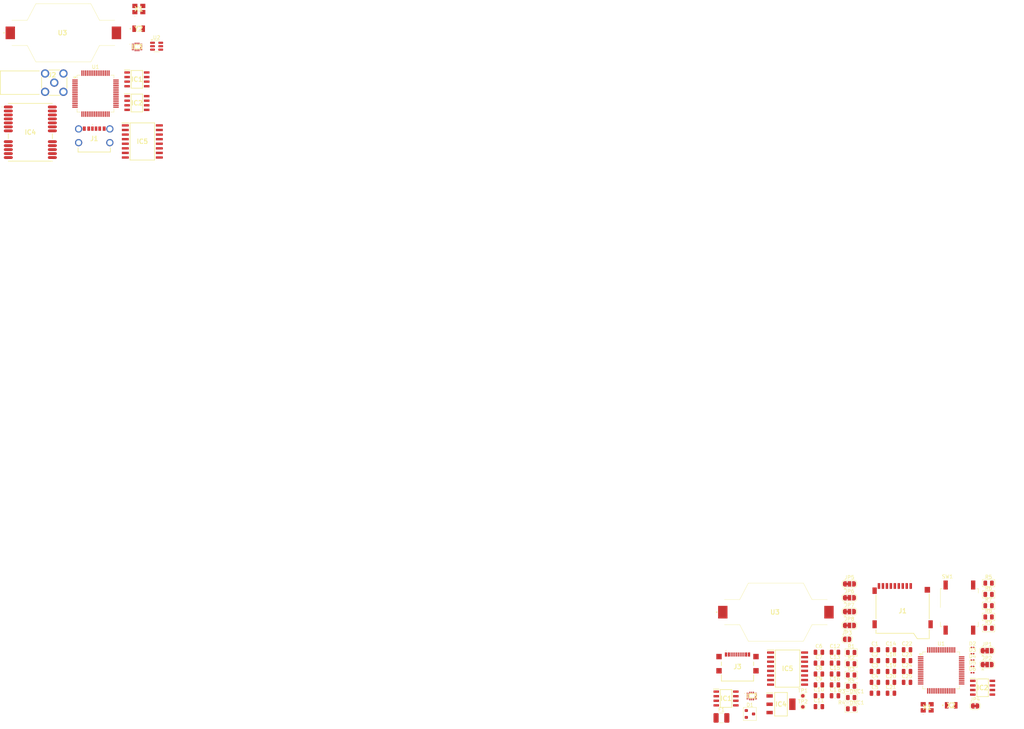
<source format=kicad_pcb>
(kicad_pcb (version 20241229) (generator "pcbnew") (generator_version "9.0")
  (layers (0 "F.Cu" signal) (2 "B.Cu" signal) (13 "F.Paste" user) (15 "B.Paste" user) (5 "F.SilkS" user "F.Silkscreen") (7 "B.SilkS" user "B.Silkscreen") (1 "F.Mask" user) (3 "B.Mask" user) (25 "Edge.Cuts" user))
  (net 0 "")
  (net 92 "GND")
  (net 158 "Net-(U1-PH0)")
  (net 159 "Net-(U1-PH1)")
  (net 160 "Net-(U1-PC15)")
  (net 161 "Net-(U1-PC14)")
  (net 162 "Net-(U1-VCAP_1)")
  (net 163 "Net-(C6-Pad1)")
  (net 164 "Net-(IC5-C1+)")
  (net 165 "Net-(IC5-C1-)")
  (net 166 "Net-(IC5-C2-)")
  (net 167 "Net-(IC5-C2+)")
  (net 168 "Net-(IC5-V+)")
  (net 169 "Net-(IC5-V-)")
  (net 170 "+3.3V")
  (net 171 "Net-(IC4-INPUT)")
  (net 172 "Net-(JP4-B)")
  (net 173 "Net-(U1-NRST)")
  (net 174 "CAN_H")
  (net 175 "CAN_L")
  (net 176 "VBAT")
  (net 177 "Net-(D2-K)")
  (net 178 "Net-(D3-K)")
  (net 179 "/MicroController/STAT1")
  (net 180 "Net-(D4-K)")
  (net 181 "/MicroController/STAT2")
  (net 182 "Net-(D5-K)")
  (net 183 "/MicroController/STAT3")
  (net 184 "/MicroController/STAT4")
  (net 185 "Net-(D6-K)")
  (net 186 "+5V")
  (net 187 "/Perhipherals/CAN1_RX")
  (net 188 "/Perhipherals/CAN1_TX")
  (net 189 "/MicroController/SPI1_MISO")
  (net 190 "/MicroController/SPI1_MOSI")
  (net 191 "Net-(IC2-~{HOLD-DQ3})")
  (net 192 "/MicroController/SPI1_SCK")
  (net 193 "Net-(IC2-~{W-DQ2})")
  (net 194 "/MicroController/EEPROM_CS")
  (net 195 "/Perhipherals/I2C_SDA")
  (net 196 "/Perhipherals/IMU_INT2")
  (net 197 "/Perhipherals/I2C_SCL")
  (net 198 "/Perhipherals/IMU_INT1")
  (net 199 "/Perhipherals/RS232_TX")
  (net 200 "/Perhipherals/RS232_RX")
  (net 201 "/Perhipherals/RS232_CTS")
  (net 202 "Net-(IC5-T1IN)")
  (net 203 "/Perhipherals/RS232_CX")
  (net 204 "Net-(IC5-R1OUT)")
  (net 205 "Net-(IC5-R2OUT)")
  (net 206 "Net-(IC5-T2IN)")
  (net 209 "/MicroController/SD_CS")
  (net 212 "Net-(J3-CC1)")
  (net 213 "Net-(J3-CC2)")
  (net 214 "/Perhipherals/USB_DM")
  (net 215 "/Perhipherals/USB_DP")
  (net 217 "/Perhipherals/USART1_CTS")
  (net 218 "Net-(JP5-B)")
  (net 219 "/Perhipherals/USART1_CK")
  (net 220 "Net-(JP6-B)")
  (net 221 "/Perhipherals/GPS_TX")
  (net 222 "/Perhipherals/USART1_TX")
  (net 223 "/Perhipherals/USART1_RX")
  (net 224 "/Perhipherals/GPS_RX")
  (net 225 "/MicroController/I2C_SCL")
  (net 226 "/MicroController/IMU_INT1")
  (net 227 "/MicroController/USART1_RX")
  (net 228 "/MicroController/USART1_TX")
  (net 229 "/MicroController/IMU_INT2")
  (net 230 "/MicroController/CAN1_TX")
  (net 231 "/MicroController/USART1_CX")
  (net 232 "/MicroController/CAN1_RX")
  (net 233 "/MicroController/I2C_SDA")
  (net 234 "/MicroController/USART1_CTS")
  (footprint "Capacitor_SMD:C_0805_2012Metric" (layer "F.Cu") (at 353.616 245.504)
    (property "Reference" "C2" (at 0 -1.68 0) (layer "F.SilkS"))
    (property "Value" "10pF")
    (pad "1" smd roundrect (at -0.95 0) (size 1 1.45) (layers "F.Cu" "F.Mask" "F.Paste") (net 159 "Net-(U1-PH1)"))
    (pad "2" smd roundrect (at 0.95 0) (size 1 1.45) (layers "F.Cu" "F.Mask" "F.Paste") (net 92 "GND"))
  )
  (footprint "Jumper:SolderJumper-3_P1.3mm_Bridged12_RoundedPad1.0x1.5mm" (layer "F.Cu") (at 384.696 242.764)
    (property "Reference" "JP1" (at 0 -1.8 0) (layer "F.SilkS"))
    (property "Value" "SolderJumper_3_Bridged12")
    (fp_poly (pts (xy -0.9 -0.3) (xy -0.4 -0.3) (xy -0.4 0.3) (xy -0.9 0.3)) (fill yes) (layer "F.Cu"))
    (pad "1" smd custom (at -1.3 0) (size 1 0.5) (layers "F.Cu" "F.Mask") (net 170 "+3.3V") (options (clearance outline) (anchor rect)) (primitives (gr_circle (center 0 0.25) (end 0.5 0.25) (width 0) (fill yes)) (gr_circle (center 0 -0.25) (end 0.5 -0.25) (width 0) (fill yes)) (gr_poly (pts (xy 0.55 0.75) (xy 0 0.75) (xy 0 -0.75) (xy 0.55 -0.75)) (width 0) (fill yes))))
    (pad "2" smd rect (at 0 0) (size 1 1.5) (layers "F.Cu" "F.Mask") (net 193 "Net-(IC2-~{W-DQ2})"))
    (pad "3" smd custom (at 1.3 0) (size 1 0.5) (layers "F.Cu" "F.Mask") (net 92 "GND") (options (clearance outline) (anchor rect)) (primitives (gr_circle (center 0 0.25) (end 0.5 0.25) (width 0) (fill yes)) (gr_circle (center 0 -0.25) (end 0.5 -0.25) (width 0) (fill yes)) (gr_poly (pts (xy 0 0.75) (xy -0.55 0.75) (xy -0.55 -0.75) (xy 0 -0.75)) (width 0) (fill yes))))
  )
  (footprint "Capacitor_SMD:C_0805_2012Metric" (layer "F.Cu") (at 338.106 243.194)
    (property "Reference" "C6" (at 0 -1.68 0) (layer "F.SilkS"))
    (property "Value" "4.7nF")
    (pad "1" smd roundrect (at -0.95 0) (size 1 1.45) (layers "F.Cu" "F.Mask" "F.Paste") (net 163 "Net-(C6-Pad1)"))
    (pad "2" smd roundrect (at 0.95 0) (size 1 1.45) (layers "F.Cu" "F.Mask" "F.Paste") (net 92 "GND"))
  )
  (footprint "PCM_Resistor_SMD_AKL:R_0805_2012Metric" (layer "F.Cu") (at 347.041 258.849)
    (property "Reference" "R4-DNC1" (at 0 -1.7 0) (layer "F.SilkS"))
    (property "Value" "60R" (hide yes))
    (pad "1" smd roundrect (at -0.9125 0) (size 1.025 1.4) (layers "F.Cu" "F.Mask" "F.Paste") (roundrect_rratio 0.243902) (net 163 "Net-(C6-Pad1)"))
    (pad "2" smd roundrect (at 0.9125 0) (size 1.025 1.4) (layers "F.Cu" "F.Mask" "F.Paste") (roundrect_rratio 0.243902) (net 175 "CAN_L"))
  )
  (footprint "PCM_Resistor_SMD_AKL:R_0805_2012Metric" (layer "F.Cu") (at 385.101 233.409)
    (property "Reference" "R8" (at 0 -1.7 0) (layer "F.SilkS"))
    (property "Value" "820R" (hide yes))
    (pad "1" smd roundrect (at -0.9125 0) (size 1.025 1.4) (layers "F.Cu" "F.Mask" "F.Paste") (roundrect_rratio 0.243902) (net 92 "GND"))
    (pad "2" smd roundrect (at 0.9125 0) (size 1.025 1.4) (layers "F.Cu" "F.Mask" "F.Paste") (roundrect_rratio 0.243902) (net 182 "Net-(D5-K)"))
  )
  (footprint "Symbol and footprint lib:USB4125GFA0190" (layer "F.Cu") (at 137.411 101.257)
    (property "Reference" "J1" (at 0 -0.303 0) (layer "F.SilkS") (effects (font (size 1.27 1.27) (thickness 0.254))))
    (property "Value" "USB4125-GF-A-0190" (hide yes))
    (pad "A5" smd rect (at -0.5 -3.08) (size 0.7 1.2) (layers "F.Cu" "F.Mask" "F.Paste"))
    (pad "A9" smd rect (at 1.52 -3.08) (size 0.76 1.2) (layers "F.Cu" "F.Mask" "F.Paste"))
    (pad "A12" smd rect (at 2.75 -3.08) (size 0.8 1.2) (layers "F.Cu" "F.Mask" "F.Paste"))
    (pad "B5" smd rect (at 0.5 -3.08) (size 0.7 1.2) (layers "F.Cu" "F.Mask" "F.Paste"))
    (pad "B9" smd rect (at -1.52 -3.08) (size 0.76 1.2) (layers "F.Cu" "F.Mask" "F.Paste"))
    (pad "B12" smd rect (at -2.75 -3.08) (size 0.8 1.2) (layers "F.Cu" "F.Mask" "F.Paste"))
    (pad "MH1" thru_hole circle (at -4.32 -3) (size 2.01 2.01) (drill 1.34) (layers "*.Cu" "*.Mask"))
    (pad "MH2" thru_hole circle (at -4.32 0.8) (size 2.01 2.01) (drill 1.34) (layers "*.Cu" "*.Mask"))
    (pad "MH3" thru_hole circle (at 4.32 0.8) (size 2.01 2.01) (drill 1.34) (layers "*.Cu" "*.Mask"))
    (pad "MH4" thru_hole circle (at 4.32 -3) (size 2.01 2.01) (drill 1.34) (layers "*.Cu" "*.Mask"))
  )
  (footprint "PCM_Resistor_SMD_AKL:R_0805_2012Metric" (layer "F.Cu") (at 347.041 252.609)
    (property "Reference" "R4" (at 0 -1.7 0) (layer "F.SilkS"))
    (property "Value" "4.7k" (hide yes))
    (pad "1" smd roundrect (at -0.9125 0) (size 1.025 1.4) (layers "F.Cu" "F.Mask" "F.Paste") (roundrect_rratio 0.243902) (net 197 "/Perhipherals/I2C_SCL"))
    (pad "2" smd roundrect (at 0.9125 0) (size 1.025 1.4) (layers "F.Cu" "F.Mask" "F.Paste") (roundrect_rratio 0.243902) (net 170 "+3.3V"))
  )
  (footprint "LED_SMD:LED_0201_0603Metric" (layer "F.Cu") (at 380.651 241.864)
    (property "Reference" "D2" (at 0 -1.05 0) (layer "F.SilkS"))
    (property "Value" "LED")
    (pad "1" smd roundrect (at -0.32 0) (size 0.46 0.4) (layers "F.Cu" "F.Mask") (net 177 "Net-(D2-K)"))
    (pad "2" smd roundrect (at 0.32 0) (size 0.46 0.4) (layers "F.Cu" "F.Mask") (net 176 "VBAT"))
  )
  (footprint "Button_Switch_SMD:SW_MEC_5GSH9" (layer "F.Cu") (at 377.016 230.814)
    (property "Reference" "SW1" (at -3.325 -8.575 180) (layer "F.SilkS"))
    (property "Value" "SW_Push")
    (pad "1" smd rect (at -3.81 -6.25 90) (size 2.5 1.2) (layers "F.Cu" "F.Mask" "F.Paste") (net 92 "GND"))
    (pad "2" smd rect (at -3.81 6.25 90) (size 2.5 1.2) (layers "F.Cu" "F.Mask" "F.Paste") (net 173 "Net-(U1-NRST)"))
    (pad "3" smd rect (at 3.81 -6.25 90) (size 2.5 1.2) (layers "F.Cu" "F.Mask" "F.Paste"))
    (pad "4" smd rect (at 3.81 6.25 90) (size 2.5 1.2) (layers "F.Cu" "F.Mask" "F.Paste"))
  )
  (footprint "PCM_Resistor_SMD_AKL:R_0805_2012Metric" (layer "F.Cu") (at 385.101 224.049)
    (property "Reference" "R5" (at 0 -1.7 0) (layer "F.SilkS"))
    (property "Value" "820R" (hide yes))
    (pad "1" smd roundrect (at -0.9125 0) (size 1.025 1.4) (layers "F.Cu" "F.Mask" "F.Paste") (roundrect_rratio 0.243902) (net 92 "GND"))
    (pad "2" smd roundrect (at 0.9125 0) (size 1.025 1.4) (layers "F.Cu" "F.Mask" "F.Paste") (roundrect_rratio 0.243902) (net 177 "Net-(D2-K)"))
  )
  (footprint "Package_QFP:LQFP-64_10x10mm_P0.5mm" (layer "F.Cu") (at 371.966 248.214)
    (property "Reference" "U1" (at 0 -7.4 0) (layer "F.SilkS"))
    (property "Value" "STM32F446RETx")
    (pad "1" smd roundrect (at -5.675 -3.75) (size 1.55 0.3) (layers "F.Cu" "F.Mask" "F.Paste") (net 172 "Net-(JP4-B)"))
    (pad "2" smd roundrect (at -5.675 -3.25) (size 1.55 0.3) (layers "F.Cu" "F.Mask" "F.Paste"))
    (pad "3" smd roundrect (at -5.675 -2.75) (size 1.55 0.3) (layers "F.Cu" "F.Mask" "F.Paste") (net 161 "Net-(U1-PC14)"))
    (pad "4" smd roundrect (at -5.675 -2.25) (size 1.55 0.3) (layers "F.Cu" "F.Mask" "F.Paste") (net 160 "Net-(U1-PC15)"))
    (pad "5" smd roundrect (at -5.675 -1.75) (size 1.55 0.3) (layers "F.Cu" "F.Mask" "F.Paste") (net 158 "Net-(U1-PH0)"))
    (pad "6" smd roundrect (at -5.675 -1.25) (size 1.55 0.3) (layers "F.Cu" "F.Mask" "F.Paste") (net 159 "Net-(U1-PH1)"))
    (pad "7" smd roundrect (at -5.675 -0.75) (size 1.55 0.3) (layers "F.Cu" "F.Mask" "F.Paste") (net 173 "Net-(U1-NRST)"))
    (pad "8" smd roundrect (at -5.675 -0.25) (size 1.55 0.3) (layers "F.Cu" "F.Mask" "F.Paste"))
    (pad "9" smd roundrect (at -5.675 0.25) (size 1.55 0.3) (layers "F.Cu" "F.Mask" "F.Paste"))
    (pad "10" smd roundrect (at -5.675 0.75) (size 1.55 0.3) (layers "F.Cu" "F.Mask" "F.Paste"))
    (pad "11" smd roundrect (at -5.675 1.25) (size 1.55 0.3) (layers "F.Cu" "F.Mask" "F.Paste"))
    (pad "12" smd roundrect (at -5.675 1.75) (size 1.55 0.3) (layers "F.Cu" "F.Mask" "F.Paste") (net 92 "GND"))
    (pad "13" smd roundrect (at -5.675 2.25) (size 1.55 0.3) (layers "F.Cu" "F.Mask" "F.Paste") (net 170 "+3.3V"))
    (pad "14" smd roundrect (at -5.675 2.75) (size 1.55 0.3) (layers "F.Cu" "F.Mask" "F.Paste"))
    (pad "15" smd roundrect (at -5.675 3.25) (size 1.55 0.3) (layers "F.Cu" "F.Mask" "F.Paste"))
    (pad "16" smd roundrect (at -5.675 3.75) (size 1.55 0.3) (layers "F.Cu" "F.Mask" "F.Paste"))
    (pad "17" smd roundrect (at -3.75 5.675) (size 0.3 1.55) (layers "F.Cu" "F.Mask" "F.Paste") (net 194 "/MicroController/EEPROM_CS"))
    (pad "18" smd roundrect (at -3.25 5.675) (size 0.3 1.55) (layers "F.Cu" "F.Mask" "F.Paste") (net 92 "GND"))
    (pad "19" smd roundrect (at -2.75 5.675) (size 0.3 1.55) (layers "F.Cu" "F.Mask" "F.Paste") (net 170 "+3.3V"))
    (pad "20" smd roundrect (at -2.25 5.675) (size 0.3 1.55) (layers "F.Cu" "F.Mask" "F.Paste") (net 209 "/MicroController/SD_CS"))
    (pad "21" smd roundrect (at -1.75 5.675) (size 0.3 1.55) (layers "F.Cu" "F.Mask" "F.Paste") (net 192 "/MicroController/SPI1_SCK"))
    (pad "22" smd roundrect (at -1.25 5.675) (size 0.3 1.55) (layers "F.Cu" "F.Mask" "F.Paste") (net 189 "/MicroController/SPI1_MISO"))
    (pad "23" smd roundrect (at -0.75 5.675) (size 0.3 1.55) (layers "F.Cu" "F.Mask" "F.Paste") (net 190 "/MicroController/SPI1_MOSI"))
    (pad "24" smd roundrect (at -0.25 5.675) (size 0.3 1.55) (layers "F.Cu" "F.Mask" "F.Paste"))
    (pad "25" smd roundrect (at 0.25 5.675) (size 0.3 1.55) (layers "F.Cu" "F.Mask" "F.Paste"))
    (pad "26" smd roundrect (at 0.75 5.675) (size 0.3 1.55) (layers "F.Cu" "F.Mask" "F.Paste"))
    (pad "27" smd roundrect (at 1.25 5.675) (size 0.3 1.55) (layers "F.Cu" "F.Mask" "F.Paste"))
    (pad "28" smd roundrect (at 1.75 5.675) (size 0.3 1.55) (layers "F.Cu" "F.Mask" "F.Paste"))
    (pad "29" smd roundrect (at 2.25 5.675) (size 0.3 1.55) (layers "F.Cu" "F.Mask" "F.Paste"))
    (pad "30" smd roundrect (at 2.75 5.675) (size 0.3 1.55) (layers "F.Cu" "F.Mask" "F.Paste") (net 162 "Net-(U1-VCAP_1)"))
    (pad "31" smd roundrect (at 3.25 5.675) (size 0.3 1.55) (layers "F.Cu" "F.Mask" "F.Paste") (net 92 "GND"))
    (pad "32" smd roundrect (at 3.75 5.675) (size 0.3 1.55) (layers "F.Cu" "F.Mask" "F.Paste") (net 170 "+3.3V"))
    (pad "33" smd roundrect (at 5.675 3.75) (size 1.55 0.3) (layers "F.Cu" "F.Mask" "F.Paste") (net 184 "/MicroController/STAT4"))
    (pad "34" smd roundrect (at 5.675 3.25) (size 1.55 0.3) (layers "F.Cu" "F.Mask" "F.Paste") (net 183 "/MicroController/STAT3"))
    (pad "35" smd roundrect (at 5.675 2.75) (size 1.55 0.3) (layers "F.Cu" "F.Mask" "F.Paste") (net 181 "/MicroController/STAT2"))
    (pad "36" smd roundrect (at 5.675 2.25) (size 1.55 0.3) (layers "F.Cu" "F.Mask" "F.Paste") (net 179 "/MicroController/STAT1"))
    (pad "37" smd roundrect (at 5.675 1.75) (size 1.55 0.3) (layers "F.Cu" "F.Mask" "F.Paste"))
    (pad "38" smd roundrect (at 5.675 1.25) (size 1.55 0.3) (layers "F.Cu" "F.Mask" "F.Paste"))
    (pad "39" smd roundrect (at 5.675 0.75) (size 1.55 0.3) (layers "F.Cu" "F.Mask" "F.Paste"))
    (pad "40" smd roundrect (at 5.675 0.25) (size 1.55 0.3) (layers "F.Cu" "F.Mask" "F.Paste"))
    (pad "41" smd roundrect (at 5.675 -0.25) (size 1.55 0.3) (layers "F.Cu" "F.Mask" "F.Paste") (net 231 "/MicroController/USART1_CX"))
    (pad "42" smd roundrect (at 5.675 -0.75) (size 1.55 0.3) (layers "F.Cu" "F.Mask" "F.Paste") (net 228 "/MicroController/USART1_TX"))
    (pad "43" smd roundrect (at 5.675 -1.25) (size 1.55 0.3) (layers "F.Cu" "F.Mask" "F.Paste") (net 227 "/MicroController/USART1_RX"))
    (pad "44" smd roundrect (at 5.675 -1.75) (size 1.55 0.3) (layers "F.Cu" "F.Mask" "F.Paste") (net 234 "/MicroController/USART1_CTS"))
    (pad "45" smd roundrect (at 5.675 -2.25) (size 1.55 0.3) (layers "F.Cu" "F.Mask" "F.Paste"))
    (pad "46" smd roundrect (at 5.675 -2.75) (size 1.55 0.3) (layers "F.Cu" "F.Mask" "F.Paste"))
    (pad "47" smd roundrect (at 5.675 -3.25) (size 1.55 0.3) (layers "F.Cu" "F.Mask" "F.Paste") (net 92 "GND"))
    (pad "48" smd roundrect (at 5.675 -3.75) (size 1.55 0.3) (layers "F.Cu" "F.Mask" "F.Paste") (net 170 "+3.3V"))
    (pad "49" smd roundrect (at 3.75 -5.675) (size 0.3 1.55) (layers "F.Cu" "F.Mask" "F.Paste"))
    (pad "50" smd roundrect (at 3.25 -5.675) (size 0.3 1.55) (layers "F.Cu" "F.Mask" "F.Paste"))
    (pad "51" smd roundrect (at 2.75 -5.675) (size 0.3 1.55) (layers "F.Cu" "F.Mask" "F.Paste"))
    (pad "52" smd roundrect (at 2.25 -5.675) (size 0.3 1.55) (layers "F.Cu" "F.Mask" "F.Paste"))
    (pad "53" smd roundrect (at 1.75 -5.675) (size 0.3 1.55) (layers "F.Cu" "F.Mask" "F.Paste"))
    (pad "54" smd roundrect (at 1.25 -5.675) (size 0.3 1.55) (layers "F.Cu" "F.Mask" "F.Paste"))
    (pad "55" smd roundrect (at 0.75 -5.675) (size 0.3 1.55) (layers "F.Cu" "F.Mask" "F.Paste"))
    (pad "56" smd roundrect (at 0.25 -5.675) (size 0.3 1.55) (layers "F.Cu" "F.Mask" "F.Paste") (net 229 "/MicroController/IMU_INT2"))
    (pad "57" smd roundrect (at -0.25 -5.675) (size 0.3 1.55) (layers "F.Cu" "F.Mask" "F.Paste") (net 226 "/MicroController/IMU_INT1"))
    (pad "58" smd roundrect (at -0.75 -5.675) (size 0.3 1.55) (layers "F.Cu" "F.Mask" "F.Paste") (net 225 "/MicroController/I2C_SCL"))
    (pad "59" smd roundrect (at -1.25 -5.675) (size 0.3 1.55) (layers "F.Cu" "F.Mask" "F.Paste") (net 233 "/MicroController/I2C_SDA"))
    (pad "60" smd roundrect (at -1.75 -5.675) (size 0.3 1.55) (layers "F.Cu" "F.Mask" "F.Paste"))
    (pad "61" smd roundrect (at -2.25 -5.675) (size 0.3 1.55) (layers "F.Cu" "F.Mask" "F.Paste") (net 232 "/MicroController/CAN1_RX"))
    (pad "62" smd roundrect (at -2.75 -5.675) (size 0.3 1.55) (layers "F.Cu" "F.Mask" "F.Paste") (net 230 "/MicroController/CAN1_TX"))
    (pad "63" smd roundrect (at -3.25 -5.675) (size 0.3 1.55) (layers "F.Cu" "F.Mask" "F.Paste") (net 92 "GND"))
    (pad "64" smd roundrect (at -3.75 -5.675) (size 0.3 1.55) (layers "F.Cu" "F.Mask" "F.Paste") (net 170 "+3.3V"))
  )
  (footprint "Symbol and footprint lib:73251-2200" (layer "F.Cu") (at 126.346 85.442)
    (property "Reference" "J2" (at -0.589 -2.111 0) (layer "F.SilkS") (effects (font (size 1.27 1.27) (thickness 0.254))))
    (property "Value" "73251-2200" (hide yes))
    (pad "1" thru_hole circle (at -2.54 -2.54) (size 2.3 2.3) (drill 1.5) (layers "*.Cu" "*.Mask"))
    (pad "2" thru_hole circle (at 2.54 -2.54) (size 2.3 2.3) (drill 1.5) (layers "*.Cu" "*.Mask"))
    (pad "3" thru_hole circle (at -2.54 2.54) (size 2.3 2.3) (drill 1.5) (layers "*.Cu" "*.Mask"))
    (pad "4" thru_hole circle (at 2.54 2.54) (size 2.3 2.3) (drill 1.5) (layers "*.Cu" "*.Mask"))
    (pad "5" thru_hole circle (at 0 0) (size 2.3 2.3) (drill 1.5) (layers "*.Cu" "*.Mask"))
  )
  (footprint "Sufst_GPS:SOIC127P600X175-8N" (layer "F.Cu") (at 312.391 255.994)
    (property "Reference" "IC1" (at 0 0 0) (layer "F.SilkS") (effects (font (size 1.27 1.27) (thickness 0.254))))
    (property "Value" "TCAN3404DRQ1" (hide yes))
    (pad "1" smd rect (at -2.711 -1.905 90) (size 0.65 1.528) (layers "F.Cu" "F.Mask" "F.Paste") (net 188 "/Perhipherals/CAN1_TX"))
    (pad "2" smd rect (at -2.711 -0.635 90) (size 0.65 1.528) (layers "F.Cu" "F.Mask" "F.Paste") (net 92 "GND"))
    (pad "3" smd rect (at -2.711 0.635 90) (size 0.65 1.528) (layers "F.Cu" "F.Mask" "F.Paste") (net 170 "+3.3V"))
    (pad "4" smd rect (at -2.711 1.905 90) (size 0.65 1.528) (layers "F.Cu" "F.Mask" "F.Paste") (net 187 "/Perhipherals/CAN1_RX"))
    (pad "5" smd rect (at 2.711 1.905 90) (size 0.65 1.528) (layers "F.Cu" "F.Mask" "F.Paste") (net 92 "GND"))
    (pad "6" smd rect (at 2.711 0.635 90) (size 0.65 1.528) (layers "F.Cu" "F.Mask" "F.Paste") (net 175 "CAN_L"))
    (pad "7" smd rect (at 2.711 -0.635 90) (size 0.65 1.528) (layers "F.Cu" "F.Mask" "F.Paste") (net 174 "CAN_H"))
    (pad "8" smd rect (at 2.711 -1.905 90) (size 0.65 1.528) (layers "F.Cu" "F.Mask" "F.Paste") (net 92 "GND"))
  )
  (footprint "Symbol and footprint lib:NX3215SA32768KEXS00AMU00003" (layer "F.Cu") (at 149.716 70.502)
    (property "Reference" "Y2" (at 0 0 0) (layer "F.SilkS") (effects (font (size 1.27 1.27) (thickness 0.254))))
    (property "Value" "NX3215SA-32.768K-EXS00A-MU00003" (hide yes))
    (pad "1" smd rect (at -1.25 0) (size 1 1.8) (layers "F.Cu" "F.Mask" "F.Paste"))
    (pad "2" smd rect (at 1.25 0) (size 1 1.8) (layers "F.Cu" "F.Mask" "F.Paste"))
  )
  (footprint "Sufst_GPS:SOIC127P600X175-8N" (layer "F.Cu") (at 383.441 253.014)
    (property "Reference" "IC2" (at 0 0 0) (layer "F.SilkS") (effects (font (size 1.27 1.27) (thickness 0.254))))
    (property "Value" "M95P16-EXMNT_E" (hide yes))
    (pad "1" smd rect (at -2.711 -1.905 90) (size 0.65 1.528) (layers "F.Cu" "F.Mask" "F.Paste") (net 194 "/MicroController/EEPROM_CS"))
    (pad "2" smd rect (at -2.711 -0.635 90) (size 0.65 1.528) (layers "F.Cu" "F.Mask" "F.Paste") (net 189 "/MicroController/SPI1_MISO"))
    (pad "3" smd rect (at -2.711 0.635 90) (size 0.65 1.528) (layers "F.Cu" "F.Mask" "F.Paste") (net 193 "Net-(IC2-~{W-DQ2})"))
    (pad "4" smd rect (at -2.711 1.905 90) (size 0.65 1.528) (layers "F.Cu" "F.Mask" "F.Paste") (net 92 "GND"))
    (pad "5" smd rect (at 2.711 1.905 90) (size 0.65 1.528) (layers "F.Cu" "F.Mask" "F.Paste") (net 190 "/MicroController/SPI1_MOSI"))
    (pad "6" smd rect (at 2.711 0.635 90) (size 0.65 1.528) (layers "F.Cu" "F.Mask" "F.Paste") (net 192 "/MicroController/SPI1_SCK"))
    (pad "7" smd rect (at 2.711 -0.635 90) (size 0.65 1.528) (layers "F.Cu" "F.Mask" "F.Paste") (net 191 "Net-(IC2-~{HOLD-DQ3})"))
    (pad "8" smd rect (at 2.711 -1.905 90) (size 0.65 1.528) (layers "F.Cu" "F.Mask" "F.Paste") (net 170 "+3.3V"))
  )
  (footprint "Symbol and footprint lib:SOIC127P600X175-8N" (layer "F.Cu") (at 149.236 91.077)
    (property "Reference" "IC2" (at 0 0 0) (layer "F.SilkS") (effects (font (size 1.27 1.27) (thickness 0.254))))
    (property "Value" "M95P16-EXMNT_E" (hide yes))
    (pad "1" smd rect (at -2.711 -1.905 90) (size 0.65 1.528) (layers "F.Cu" "F.Mask" "F.Paste"))
    (pad "2" smd rect (at -2.711 -0.635 90) (size 0.65 1.528) (layers "F.Cu" "F.Mask" "F.Paste"))
    (pad "3" smd rect (at -2.711 0.635 90) (size 0.65 1.528) (layers "F.Cu" "F.Mask" "F.Paste"))
    (pad "4" smd rect (at -2.711 1.905 90) (size 0.65 1.528) (layers "F.Cu" "F.Mask" "F.Paste"))
    (pad "5" smd rect (at 2.711 1.905 90) (size 0.65 1.528) (layers "F.Cu" "F.Mask" "F.Paste"))
    (pad "6" smd rect (at 2.711 0.635 90) (size 0.65 1.528) (layers "F.Cu" "F.Mask" "F.Paste"))
    (pad "7" smd rect (at 2.711 -0.635 90) (size 0.65 1.528) (layers "F.Cu" "F.Mask" "F.Paste"))
    (pad "8" smd rect (at 2.711 -1.905 90) (size 0.65 1.528) (layers "F.Cu" "F.Mask" "F.Paste"))
  )
  (footprint "Sufst_GPS:SMTU2032LF" (layer "F.Cu") (at 326.191 232.089)
    (property "Reference" "U3" (at -0.25 0 0) (layer "F.SilkS") (effects (font (size 1.27 1.27) (thickness 0.254))))
    (property "Value" "SMTU2032-LF" (hide yes))
    (pad "1" smd rect (at -14.7 0) (size 2.6 3.5) (layers "F.Cu" "F.Mask" "F.Paste") (net 176 "VBAT"))
    (pad "2" smd rect (at 14.7 0) (size 2.6 3.5) (layers "F.Cu" "F.Mask" "F.Paste") (net 92 "GND"))
  )
  (footprint "Capacitor_SMD:C_0805_2012Metric" (layer "F.Cu") (at 338.106 252.224)
    (property "Reference" "C9" (at 0 -1.68 0) (layer "F.SilkS"))
    (property "Value" "0.1 uF")
    (pad "1" smd roundrect (at -0.95 0) (size 1 1.45) (layers "F.Cu" "F.Mask" "F.Paste") (net 92 "GND"))
    (pad "2" smd roundrect (at 0.95 0) (size 1 1.45) (layers "F.Cu" "F.Mask" "F.Paste") (net 168 "Net-(IC5-V+)"))
  )
  (footprint "Jumper:SolderJumper-3_P1.3mm_Bridged12_RoundedPad1.0x1.5mm" (layer "F.Cu") (at 346.566 224.264)
    (property "Reference" "JP5" (at 0 -1.8 0) (layer "F.SilkS"))
    (property "Value" "SolderJumper_3_Bridged12")
    (fp_poly (pts (xy -0.9 -0.3) (xy -0.4 -0.3) (xy -0.4 0.3) (xy -0.9 0.3)) (fill yes) (layer "F.Cu"))
    (pad "1" smd custom (at -1.3 0) (size 1 0.5) (layers "F.Cu" "F.Mask") (net 217 "/Perhipherals/USART1_CTS") (options (clearance outline) (anchor rect)) (primitives (gr_circle (center 0 0.25) (end 0.5 0.25) (width 0) (fill yes)) (gr_circle (center 0 -0.25) (end 0.5 -0.25) (width 0) (fill yes)) (gr_poly (pts (xy 0.55 0.75) (xy 0 0.75) (xy 0 -0.75) (xy 0.55 -0.75)) (width 0) (fill yes))))
    (pad "2" smd rect (at 0 0) (size 1 1.5) (layers "F.Cu" "F.Mask") (net 205 "Net-(IC5-R2OUT)"))
    (pad "3" smd custom (at 1.3 0) (size 1 0.5) (layers "F.Cu" "F.Mask") (net 218 "Net-(JP5-B)") (options (clearance outline) (anchor rect)) (primitives (gr_circle (center 0 0.25) (end 0.5 0.25) (width 0) (fill yes)) (gr_circle (center 0 -0.25) (end 0.5 -0.25) (width 0) (fill yes)) (gr_poly (pts (xy 0 0.75) (xy -0.55 0.75) (xy -0.55 -0.75) (xy 0 -0.75)) (width 0) (fill yes))))
  )
  (footprint "TestPoint:TestPoint_Pad_D1.0mm" (layer "F.Cu") (at 333.656 255.264)
    (property "Reference" "TP1" (at 0 -1.448 0) (layer "F.SilkS"))
    (property "Value" "CTS")
    (pad "1" smd circle (at 0 0) (size 1 1) (layers "F.Cu" "F.Mask") (net 218 "Net-(JP5-B)"))
  )
  (footprint "Jumper:SolderJumper-3_P1.3mm_Bridged12_RoundedPad1.0x1.5mm" (layer "F.Cu") (at 346.566 235.769)
    (property "Reference" "JP8" (at 0 -1.8 0) (layer "F.SilkS"))
    (property "Value" "SolderJumper_3_Bridged12")
    (fp_poly (pts (xy -0.9 -0.3) (xy -0.4 -0.3) (xy -0.4 0.3) (xy -0.9 0.3)) (fill yes) (layer "F.Cu"))
    (pad "1" smd custom (at -1.3 0) (size 1 0.5) (layers "F.Cu" "F.Mask") (net 223 "/Perhipherals/USART1_RX") (options (clearance outline) (anchor rect)) (primitives (gr_circle (center 0 0.25) (end 0.5 0.25) (width 0) (fill yes)) (gr_circle (center 0 -0.25) (end 0.5 -0.25) (width 0) (fill yes)) (gr_poly (pts (xy 0.55 0.75) (xy 0 0.75) (xy 0 -0.75) (xy 0.55 -0.75)) (width 0) (fill yes))))
    (pad "2" smd rect (at 0 0) (size 1 1.5) (layers "F.Cu" "F.Mask") (net 204 "Net-(IC5-R1OUT)"))
    (pad "3" smd custom (at 1.3 0) (size 1 0.5) (layers "F.Cu" "F.Mask") (net 224 "/Perhipherals/GPS_RX") (options (clearance outline) (anchor rect)) (primitives (gr_circle (center 0 0.25) (end 0.5 0.25) (width 0) (fill yes)) (gr_circle (center 0 -0.25) (end 0.5 -0.25) (width 0) (fill yes)) (gr_poly (pts (xy 0 0.75) (xy -0.55 0.75) (xy -0.55 -0.75) (xy 0 -0.75)) (width 0) (fill yes))))
  )
  (footprint "TestPoint:TestPoint_Pad_D1.0mm" (layer "F.Cu") (at 333.656 258.314)
    (property "Reference" "TP2" (at 0 -1.448 0) (layer "F.SilkS"))
    (property "Value" "CK")
    (pad "1" smd circle (at 0 0) (size 1 1) (layers "F.Cu" "F.Mask") (net 220 "Net-(JP6-B)"))
  )
  (footprint "Capacitor_SMD:C_0805_2012Metric" (layer "F.Cu") (at 362.516 245.504)
    (property "Reference" "C23" (at 0 -1.68 0) (layer "F.SilkS"))
    (property "Value" "0.1 uF")
    (pad "1" smd roundrect (at -0.95 0) (size 1 1.45) (layers "F.Cu" "F.Mask" "F.Paste") (net 92 "GND"))
    (pad "2" smd roundrect (at 0.95 0) (size 1 1.45) (layers "F.Cu" "F.Mask" "F.Paste") (net 170 "+3.3V"))
  )
  (footprint "Symbol and footprint lib:SOIC127P600X175-8N" (layer "F.Cu") (at 149.236 84.527)
    (property "Reference" "IC1" (at 0 0 0) (layer "F.SilkS") (effects (font (size 1.27 1.27) (thickness 0.254))))
    (property "Value" "TCAN3404DRQ1" (hide yes))
    (pad "1" smd rect (at -2.711 -1.905 90) (size 0.65 1.528) (layers "F.Cu" "F.Mask" "F.Paste"))
    (pad "2" smd rect (at -2.711 -0.635 90) (size 0.65 1.528) (layers "F.Cu" "F.Mask" "F.Paste"))
    (pad "3" smd rect (at -2.711 0.635 90) (size 0.65 1.528) (layers "F.Cu" "F.Mask" "F.Paste"))
    (pad "4" smd rect (at -2.711 1.905 90) (size 0.65 1.528) (layers "F.Cu" "F.Mask" "F.Paste"))
    (pad "5" smd rect (at 2.711 1.905 90) (size 0.65 1.528) (layers "F.Cu" "F.Mask" "F.Paste"))
    (pad "6" smd rect (at 2.711 0.635 90) (size 0.65 1.528) (layers "F.Cu" "F.Mask" "F.Paste"))
    (pad "7" smd rect (at 2.711 -0.635 90) (size 0.65 1.528) (layers "F.Cu" "F.Mask" "F.Paste"))
    (pad "8" smd rect (at 2.711 -1.905 90) (size 0.65 1.528) (layers "F.Cu" "F.Mask" "F.Paste"))
  )
  (footprint "Jumper:SolderJumper-2_P1.3mm_Open_RoundedPad1.0x1.5mm" (layer "F.Cu") (at 345.916 239.604)
    (property "Reference" "JP3" (at 0 -1.8 0) (layer "F.SilkS"))
    (property "Value" "FUSE BYPASS")
    (pad "1" smd custom (at -0.65 0) (size 1 0.5) (layers "F.Cu" "F.Mask") (net 186 "+5V") (options (clearance outline) (anchor rect)) (primitives (gr_circle (center 0 0.25) (end 0.5 0.25) (width 0) (fill yes)) (gr_circle (center 0 -0.25) (end 0.5 -0.25) (width 0) (fill yes)) (gr_poly (pts (xy 0.5 0.75) (xy 0 0.75) (xy 0 -0.75) (xy 0.5 -0.75)) (width 0) (fill yes))))
    (pad "2" smd custom (at 0.65 0) (size 1 0.5) (layers "F.Cu" "F.Mask") (net 171 "Net-(IC4-INPUT)") (options (clearance outline) (anchor rect)) (primitives (gr_circle (center 0 0.25) (end 0.5 0.25) (width 0) (fill yes)) (gr_circle (center 0 -0.25) (end 0.5 -0.25) (width 0) (fill yes)) (gr_poly (pts (xy 0 0.75) (xy -0.5 0.75) (xy -0.5 -0.75) (xy 0 -0.75)) (width 0) (fill yes))))
  )
  (footprint "Capacitor_SMD:C_0805_2012Metric" (layer "F.Cu") (at 358.066 248.514)
    (property "Reference" "C19" (at 0 -1.68 0) (layer "F.SilkS"))
    (property "Value" "0.1 uF")
    (pad "1" smd roundrect (at -0.95 0) (size 1 1.45) (layers "F.Cu" "F.Mask" "F.Paste") (net 92 "GND"))
    (pad "2" smd roundrect (at 0.95 0) (size 1 1.45) (layers "F.Cu" "F.Mask" "F.Paste") (net 170 "+3.3V"))
  )
  (footprint "Sufst_GPS:CX3225FB25000F0FZZH1" (layer "F.Cu") (at 368.091 258.439)
    (property "Reference" "X1" (at 0 0 0) (layer "F.SilkS") (effects (font (size 1.27 1.27) (thickness 0.254))))
    (property "Value" "CX3225FB25000F0FZZH1" (hide yes))
    (pad "1" smd rect (at -1.1 0.85 90) (size 1.2 1.4) (layers "F.Cu" "F.Mask" "F.Paste") (net 158 "Net-(U1-PH0)"))
    (pad "2" smd rect (at 1.1 0.85 90) (size 1.2 1.4) (layers "F.Cu" "F.Mask" "F.Paste") (net 159 "Net-(U1-PH1)"))
    (pad "3" smd rect (at 1.1 -0.85 90) (size 1.2 1.4) (layers "F.Cu" "F.Mask" "F.Paste") (net 92 "GND"))
    (pad "4" smd rect (at -1.1 -0.85 90) (size 1.2 1.4) (layers "F.Cu" "F.Mask" "F.Paste") (net 92 "GND"))
  )
  (footprint "LED_SMD:LED_0201_0603Metric" (layer "F.Cu") (at 380.651 247.114)
    (property "Reference" "D5" (at 0 -1.05 0) (layer "F.SilkS"))
    (property "Value" "LED")
    (pad "1" smd roundrect (at -0.32 0) (size 0.46 0.4) (layers "F.Cu" "F.Mask") (net 182 "Net-(D5-K)"))
    (pad "2" smd roundrect (at 0.32 0) (size 0.46 0.4) (layers "F.Cu" "F.Mask") (net 183 "/MicroController/STAT3"))
  )
  (footprint "Capacitor_SMD:C_0805_2012Metric" (layer "F.Cu") (at 342.556 243.194)
    (property "Reference" "C12" (at 0 -1.68 0) (layer "F.SilkS"))
    (property "Value" "1uF")
    (pad "1" smd roundrect (at -0.95 0) (size 1 1.45) (layers "F.Cu" "F.Mask" "F.Paste") (net 170 "+3.3V"))
    (pad "2" smd roundrect (at 0.95 0) (size 1 1.45) (layers "F.Cu" "F.Mask" "F.Paste") (net 92 "GND"))
  )
  (footprint "Capacitor_SMD:C_0805_2012Metric" (layer "F.Cu") (at 353.616 254.534)
    (property "Reference" "C5" (at 0 -1.68 0) (layer "F.SilkS"))
    (property "Value" "4.7 µF")
    (pad "1" smd roundrect (at -0.95 0) (size 1 1.45) (layers "F.Cu" "F.Mask" "F.Paste") (net 162 "Net-(U1-VCAP_1)"))
    (pad "2" smd roundrect (at 0.95 0) (size 1 1.45) (layers "F.Cu" "F.Mask" "F.Paste") (net 92 "GND"))
  )
  (footprint "PCM_Resistor_SMD_AKL:R_0805_2012Metric" (layer "F.Cu") (at 347.041 255.729)
    (property "Reference" "R3-DNC1" (at 0 -1.7 0) (layer "F.SilkS"))
    (property "Value" "60R" (hide yes))
    (pad "1" smd roundrect (at -0.9125 0) (size 1.025 1.4) (layers "F.Cu" "F.Mask" "F.Paste") (roundrect_rratio 0.243902) (net 174 "CAN_H"))
    (pad "2" smd roundrect (at 0.9125 0) (size 1.025 1.4) (layers "F.Cu" "F.Mask" "F.Paste") (roundrect_rratio 0.243902) (net 163 "Net-(C6-Pad1)"))
  )
  (footprint "Capacitor_SMD:C_0805_2012Metric" (layer "F.Cu") (at 362.516 248.514)
    (property "Reference" "C24" (at 0 -1.68 0) (layer "F.SilkS"))
    (property "Value" "0.1 uF")
    (pad "1" smd roundrect (at -0.95 0) (size 1 1.45) (layers "F.Cu" "F.Mask" "F.Paste") (net 92 "GND"))
    (pad "2" smd roundrect (at 0.95 0) (size 1 1.45) (layers "F.Cu" "F.Mask" "F.Paste") (net 172 "Net-(JP4-B)"))
  )
  (footprint "LED_SMD:LED_0201_0603Metric" (layer "F.Cu") (at 380.651 245.364)
    (property "Reference" "D4" (at 0 -1.05 0) (layer "F.SilkS"))
    (property "Value" "LED")
    (pad "1" smd roundrect (at -0.32 0) (size 0.46 0.4) (layers "F.Cu" "F.Mask") (net 180 "Net-(D4-K)"))
    (pad "2" smd roundrect (at 0.32 0) (size 0.46 0.4) (layers "F.Cu" "F.Mask") (net 181 "/MicroController/STAT2"))
  )
  (footprint "Symbol and footprint lib:SMTU2032LF" (layer "F.Cu") (at 128.866 71.652)
    (property "Reference" "U3" (at -0.25 0 0) (layer "F.SilkS") (effects (font (size 1.27 1.27) (thickness 0.254))))
    (property "Value" "SMTU2032-LF" (hide yes))
    (pad "1" smd rect (at -14.7 0) (size 2.6 3.5) (layers "F.Cu" "F.Mask" "F.Paste"))
    (pad "2" smd rect (at 14.7 0) (size 2.6 3.5) (layers "F.Cu" "F.Mask" "F.Paste"))
  )
  (footprint "LED_SMD:LED_0201_0603Metric" (layer "F.Cu") (at 380.651 248.864)
    (property "Reference" "D6" (at 0 -1.05 0) (layer "F.SilkS"))
    (property "Value" "LED")
    (pad "1" smd roundrect (at -0.32 0) (size 0.46 0.4) (layers "F.Cu" "F.Mask") (net 185 "Net-(D6-K)"))
    (pad "2" smd roundrect (at 0.32 0) (size 0.46 0.4) (layers "F.Cu" "F.Mask") (net 184 "/MicroController/STAT4"))
  )
  (footprint "Capacitor_SMD:C_0805_2012Metric" (layer "F.Cu") (at 358.066 251.524)
    (property "Reference" "C20" (at 0 -1.68 0) (layer "F.SilkS"))
    (property "Value" "0.1 uF")
    (pad "1" smd roundrect (at -0.95 0) (size 1 1.45) (layers "F.Cu" "F.Mask" "F.Paste") (net 92 "GND"))
    (pad "2" smd roundrect (at 0.95 0) (size 1 1.45) (layers "F.Cu" "F.Mask" "F.Paste") (net 170 "+3.3V"))
  )
  (footprint "Fuse:Fuse_1210_3225Metric_Pad1.42x2.65mm_HandSolder" (layer "F.Cu") (at 311.116 261.374)
    (property "Reference" "F1" (at 0 -2.28 0) (layer "F.SilkS"))
    (property "Value" "0ZCH0050FF2G")
    (pad "1" smd roundrect (at -1.4875 0) (size 1.425 2.65) (layers "F.Cu" "F.Mask" "F.Paste") (roundrect_rratio 0.175439) (net 186 "+5V"))
    (pad "2" smd roundrect (at 1.4875 0) (size 1.425 2.65) (layers "F.Cu" "F.Mask" "F.Paste") (roundrect_rratio 0.175439) (net 171 "Net-(IC4-INPUT)"))
  )
  (footprint "Jumper:SolderJumper-3_P1.3mm_Bridged12_RoundedPad1.0x1.5mm" (layer "F.Cu") (at 346.566 228.099)
    (property "Reference" "JP6" (at 0 -1.8 0) (layer "F.SilkS"))
    (property "Value" "SolderJumper_3_Bridged12")
    (fp_poly (pts (xy -0.9 -0.3) (xy -0.4 -0.3) (xy -0.4 0.3) (xy -0.9 0.3)) (fill yes) (layer "F.Cu"))
    (pad "1" smd custom (at -1.3 0) (size 1 0.5) (layers "F.Cu" "F.Mask") (net 219 "/Perhipherals/USART1_CK") (options (clearance outline) (anchor rect)) (primitives (gr_circle (center 0 0.25) (end 0.5 0.25) (width 0) (fill yes)) (gr_circle (center 0 -0.25) (end 0.5 -0.25) (width 0) (fill yes)) (gr_poly (pts (xy 0.55 0.75) (xy 0 0.75) (xy 0 -0.75) (xy 0.55 -0.75)) (width 0) (fill yes))))
    (pad "2" smd rect (at 0 0) (size 1 1.5) (layers "F.Cu" "F.Mask") (net 206 "Net-(IC5-T2IN)"))
    (pad "3" smd custom (at 1.3 0) (size 1 0.5) (layers "F.Cu" "F.Mask") (net 220 "Net-(JP6-B)") (options (clearance outline) (anchor rect)) (primitives (gr_circle (center 0 0.25) (end 0.5 0.25) (width 0) (fill yes)) (gr_circle (center 0 -0.25) (end 0.5 -0.25) (width 0) (fill yes)) (gr_poly (pts (xy 0 0.75) (xy -0.55 0.75) (xy -0.55 -0.75) (xy 0 -0.75)) (width 0) (fill yes))))
  )
  (footprint "Capacitor_SMD:C_0805_2012Metric" (layer "F.Cu") (at 362.516 242.494)
    (property "Reference" "C22" (at 0 -1.68 0) (layer "F.SilkS"))
    (property "Value" "0.1 uF")
    (pad "1" smd roundrect (at -0.95 0) (size 1 1.45) (layers "F.Cu" "F.Mask" "F.Paste") (net 92 "GND"))
    (pad "2" smd roundrect (at 0.95 0) (size 1 1.45) (layers "F.Cu" "F.Mask" "F.Paste") (net 170 "+3.3V"))
  )
  (footprint "Capacitor_SMD:C_0805_2012Metric" (layer "F.Cu") (at 338.106 246.204)
    (property "Reference" "C7" (at 0 -1.68 0) (layer "F.SilkS"))
    (property "Value" "0.1 uF")
    (pad "1" smd roundrect (at -0.95 0) (size 1 1.45) (layers "F.Cu" "F.Mask" "F.Paste") (net 164 "Net-(IC5-C1+)"))
    (pad "2" smd roundrect (at 0.95 0) (size 1 1.45) (layers "F.Cu" "F.Mask" "F.Paste") (net 165 "Net-(IC5-C1-)"))
  )
  (footprint "Symbol and footprint lib:CX3225FB25000F0FZZH1" (layer "F.Cu") (at 149.766 65.052)
    (property "Reference" "X1" (at 0 0 0) (layer "F.SilkS") (effects (font (size 1.27 1.27) (thickness 0.254))))
    (property "Value" "CX3225FB25000F0FZZH1" (hide yes))
    (pad "1" smd rect (at -1.1 0.85 90) (size 1.2 1.4) (layers "F.Cu" "F.Mask" "F.Paste"))
    (pad "2" smd rect (at 1.1 0.85 90) (size 1.2 1.4) (layers "F.Cu" "F.Mask" "F.Paste"))
    (pad "3" smd rect (at 1.1 -0.85 90) (size 1.2 1.4) (layers "F.Cu" "F.Mask" "F.Paste") (net 92 "GND"))
    (pad "4" smd rect (at -1.1 -0.85 90) (size 1.2 1.4) (layers "F.Cu" "F.Mask" "F.Paste") (net 92 "GND"))
  )
  (footprint "Sufst_GPS:LSM6DSV16BXTR" (layer "F.Cu") (at 319.491 255.319)
    (property "Reference" "IC3" (at 0 0 0) (layer "F.SilkS") (effects (font (size 1.27 1.27) (thickness 0.254))))
    (property "Value" "LSM6DSV80XTR" (hide yes))
    (pad "1" smd rect (at -1.15 -0.75 90) (size 0.3 0.6) (layers "F.Cu" "F.Mask" "F.Paste") (net 92 "GND"))
    (pad "2" smd rect (at -1.15 -0.25 90) (size 0.3 0.6) (layers "F.Cu" "F.Mask" "F.Paste") (net 92 "GND"))
    (pad "3" smd rect (at -1.15 0.25 90) (size 0.3 0.6) (layers "F.Cu" "F.Mask" "F.Paste") (net 92 "GND"))
    (pad "4" smd rect (at -1.15 0.75 90) (size 0.3 0.6) (layers "F.Cu" "F.Mask" "F.Paste") (net 198 "/Perhipherals/IMU_INT1"))
    (pad "5" smd rect (at -0.5 0.9) (size 0.3 0.6) (layers "F.Cu" "F.Mask" "F.Paste") (net 170 "+3.3V"))
    (pad "6" smd rect (at 0 0.9) (size 0.3 0.6) (layers "F.Cu" "F.Mask" "F.Paste") (net 92 "GND"))
    (pad "7" smd rect (at 0.5 0.9) (size 0.3 0.6) (layers "F.Cu" "F.Mask" "F.Paste") (net 92 "GND"))
    (pad "8" smd rect (at 1.15 0.75 90) (size 0.3 0.6) (layers "F.Cu" "F.Mask" "F.Paste") (net 170 "+3.3V"))
    (pad "9" smd rect (at 1.15 0.25 90) (size 0.3 0.6) (layers "F.Cu" "F.Mask" "F.Paste") (net 196 "/Perhipherals/IMU_INT2"))
    (pad "10" smd rect (at 1.15 -0.25 90) (size 0.3 0.6) (layers "F.Cu" "F.Mask" "F.Paste"))
    (pad "11" smd rect (at 1.15 -0.75 90) (size 0.3 0.6) (layers "F.Cu" "F.Mask" "F.Paste"))
    (pad "12" smd rect (at 0.5 -0.9) (size 0.3 0.6) (layers "F.Cu" "F.Mask" "F.Paste") (net 170 "+3.3V"))
    (pad "13" smd rect (at 0 -0.9) (size 0.3 0.6) (layers "F.Cu" "F.Mask" "F.Paste") (net 197 "/Perhipherals/I2C_SCL"))
    (pad "14" smd rect (at -0.5 -0.9) (size 0.3 0.6) (layers "F.Cu" "F.Mask" "F.Paste") (net 195 "/Perhipherals/I2C_SDA"))
  )
  (footprint "Capacitor_SMD:C_0805_2012Metric" (layer "F.Cu") (at 338.106 255.234)
    (property "Reference" "C10" (at 0 -1.68 0) (layer "F.SilkS"))
    (property "Value" "0.1 uF")
    (pad "1" smd roundrect (at -0.95 0) (size 1 1.45) (layers "F.Cu" "F.Mask" "F.Paste") (net 169 "Net-(IC5-V-)"))
    (pad "2" smd roundrect (at 0.95 0) (size 1 1.45) (layers "F.Cu" "F.Mask" "F.Paste") (net 92 "GND"))
  )
  (footprint "PCM_Resistor_SMD_AKL:R_0805_2012Metric" (layer "F.Cu") (at 347.041 249.489)
    (property "Reference" "R3" (at 0 -1.7 0) (layer "F.SilkS"))
    (property "Value" "4.7k" (hide yes))
    (pad "1" smd roundrect (at -0.9125 0) (size 1.025 1.4) (layers "F.Cu" "F.Mask" "F.Paste") (roundrect_rratio 0.243902) (net 195 "/Perhipherals/I2C_SDA"))
    (pad "2" smd roundrect (at 0.9125 0) (size 1.025 1.4) (layers "F.Cu" "F.Mask" "F.Paste") (roundrect_rratio 0.243902) (net 170 "+3.3V"))
  )
  (footprint "PCM_Resistor_SMD_AKL:R_0805_2012Metric" (layer "F.Cu") (at 385.101 236.529)
    (property "Reference" "R9" (at 0 -1.7 0) (layer "F.SilkS"))
    (property "Value" "820R" (hide yes))
    (pad "1" smd roundrect (at -0.9125 0) (size 1.025 1.4) (layers "F.Cu" "F.Mask" "F.Paste") (roundrect_rratio 0.243902) (net 92 "GND"))
    (pad "2" smd roundrect (at 0.9125 0) (size 1.025 1.4) (layers "F.Cu" "F.Mask" "F.Paste") (roundrect_rratio 0.243902) (net 185 "Net-(D6-K)"))
  )
  (footprint "Sufst_GPS:SOIC127P1032X265-16N" (layer "F.Cu") (at 329.431 247.714)
    (property "Reference" "IC5" (at 0 0 0) (layer "F.SilkS") (effects (font (size 1.27 1.27) (thickness 0.254))))
    (property "Value" "MAX3232ECWE+" (hide yes))
    (pad "1" smd rect (at -4.712 -4.445 90) (size 0.65 1.925) (layers "F.Cu" "F.Mask" "F.Paste") (net 164 "Net-(IC5-C1+)"))
    (pad "2" smd rect (at -4.712 -3.175 90) (size 0.65 1.925) (layers "F.Cu" "F.Mask" "F.Paste") (net 168 "Net-(IC5-V+)"))
    (pad "3" smd rect (at -4.712 -1.905 90) (size 0.65 1.925) (layers "F.Cu" "F.Mask" "F.Paste") (net 165 "Net-(IC5-C1-)"))
    (pad "4" smd rect (at -4.712 -0.635 90) (size 0.65 1.925) (layers "F.Cu" "F.Mask" "F.Paste") (net 167 "Net-(IC5-C2+)"))
    (pad "5" smd rect (at -4.712 0.635 90) (size 0.65 1.925) (layers "F.Cu" "F.Mask" "F.Paste") (net 166 "Net-(IC5-C2-)"))
    (pad "6" smd rect (at -4.712 1.905 90) (size 0.65 1.925) (layers "F.Cu" "F.Mask" "F.Paste") (net 169 "Net-(IC5-V-)"))
    (pad "7" smd rect (at -4.712 3.175 90) (size 0.65 1.925) (layers "F.Cu" "F.Mask" "F.Paste") (net 203 "/Perhipherals/RS232_CX"))
    (pad "8" smd rect (at -4.712 4.445 90) (size 0.65 1.925) (layers "F.Cu" "F.Mask" "F.Paste") (net 201 "/Perhipherals/RS232_CTS"))
    (pad "9" smd rect (at 4.712 4.445 90) (size 0.65 1.925) (layers "F.Cu" "F.Mask" "F.Paste") (net 205 "Net-(IC5-R2OUT)"))
    (pad "10" smd rect (at 4.712 3.175 90) (size 0.65 1.925) (layers "F.Cu" "F.Mask" "F.Paste") (net 206 "Net-(IC5-T2IN)"))
    (pad "11" smd rect (at 4.712 1.905 90) (size 0.65 1.925) (layers "F.Cu" "F.Mask" "F.Paste") (net 202 "Net-(IC5-T1IN)"))
    (pad "12" smd rect (at 4.712 0.635 90) (size 0.65 1.925) (layers "F.Cu" "F.Mask" "F.Paste") (net 204 "Net-(IC5-R1OUT)"))
    (pad "13" smd rect (at 4.712 -0.635 90) (size 0.65 1.925) (layers "F.Cu" "F.Mask" "F.Paste") (net 200 "/Perhipherals/RS232_RX"))
    (pad "14" smd rect (at 4.712 -1.905 90) (size 0.65 1.925) (layers "F.Cu" "F.Mask" "F.Paste") (net 199 "/Perhipherals/RS232_TX"))
    (pad "15" smd rect (at 4.712 -3.175 90) (size 0.65 1.925) (layers "F.Cu" "F.Mask" "F.Paste") (net 92 "GND"))
    (pad "16" smd rect (at 4.712 -4.445 90) (size 0.65 1.925) (layers "F.Cu" "F.Mask" "F.Paste") (net 170 "+3.3V"))
  )
  (footprint "Symbol and footprint lib:SOIC127P1032X265-16N" (layer "F.Cu") (at 150.736 101.727)
    (property "Reference" "IC5" (at 0 0 0) (layer "F.SilkS") (effects (font (size 1.27 1.27) (thickness 0.254))))
    (property "Value" "MAX3232ECWE+" (hide yes))
    (pad "1" smd rect (at -4.712 -4.445 90) (size 0.65 1.925) (layers "F.Cu" "F.Mask" "F.Paste"))
    (pad "2" smd rect (at -4.712 -3.175 90) (size 0.65 1.925) (layers "F.Cu" "F.Mask" "F.Paste"))
    (pad "3" smd rect (at -4.712 -1.905 90) (size 0.65 1.925) (layers "F.Cu" "F.Mask" "F.Paste"))
    (pad "4" smd rect (at -4.712 -0.635 90) (size 0.65 1.925) (layers "F.Cu" "F.Mask" "F.Paste"))
    (pad "5" smd rect (at -4.712 0.635 90) (size 0.65 1.925) (layers "F.Cu" "F.Mask" "F.Paste"))
    (pad "6" smd rect (at -4.712 1.905 90) (size 0.65 1.925) (layers "F.Cu" "F.Mask" "F.Paste"))
    (pad "7" smd rect (at -4.712 3.175 90) (size 0.65 1.925) (layers "F.Cu" "F.Mask" "F.Paste"))
    (pad "8" smd rect (at -4.712 4.445 90) (size 0.65 1.925) (layers "F.Cu" "F.Mask" "F.Paste"))
    (pad "9" smd rect (at 4.712 4.445 90) (size 0.65 1.925) (layers "F.Cu" "F.Mask" "F.Paste"))
    (pad "10" smd rect (at 4.712 3.175 90) (size 0.65 1.925) (layers "F.Cu" "F.Mask" "F.Paste"))
    (pad "11" smd rect (at 4.712 1.905 90) (size 0.65 1.925) (layers "F.Cu" "F.Mask" "F.Paste"))
    (pad "12" smd rect (at 4.712 0.635 90) (size 0.65 1.925) (layers "F.Cu" "F.Mask" "F.Paste"))
    (pad "13" smd rect (at 4.712 -0.635 90) (size 0.65 1.925) (layers "F.Cu" "F.Mask" "F.Paste"))
    (pad "14" smd rect (at 4.712 -1.905 90) (size 0.65 1.925) (layers "F.Cu" "F.Mask" "F.Paste"))
    (pad "15" smd rect (at 4.712 -3.175 90) (size 0.65 1.925) (layers "F.Cu" "F.Mask" "F.Paste"))
    (pad "16" smd rect (at 4.712 -4.445 90) (size 0.65 1.925) (layers "F.Cu" "F.Mask" "F.Paste"))
  )
  (footprint "Symbol and footprint lib:LSM6DSV16BXTR" (layer "F.Cu") (at 149.266 75.552)
    (property "Reference" "IC3" (at 0 0 0) (layer "F.SilkS") (effects (font (size 1.27 1.27) (thickness 0.254))))
    (property "Value" "LSM6DSV80XTR" (hide yes))
    (pad "1" smd rect (at -1.15 -0.75 90) (size 0.3 0.6) (layers "F.Cu" "F.Mask" "F.Paste"))
    (pad "2" smd rect (at -1.15 -0.25 90) (size 0.3 0.6) (layers "F.Cu" "F.Mask" "F.Paste"))
    (pad "3" smd rect (at -1.15 0.25 90) (size 0.3 0.6) (layers "F.Cu" "F.Mask" "F.Paste"))
    (pad "4" smd rect (at -1.15 0.75 90) (size 0.3 0.6) (layers "F.Cu" "F.Mask" "F.Paste"))
    (pad "5" smd rect (at -0.5 0.9) (size 0.3 0.6) (layers "F.Cu" "F.Mask" "F.Paste"))
    (pad "6" smd rect (at 0 0.9) (size 0.3 0.6) (layers "F.Cu" "F.Mask" "F.Paste"))
    (pad "7" smd rect (at 0.5 0.9) (size 0.3 0.6) (layers "F.Cu" "F.Mask" "F.Paste"))
    (pad "8" smd rect (at 1.15 0.75 90) (size 0.3 0.6) (layers "F.Cu" "F.Mask" "F.Paste"))
    (pad "9" smd rect (at 1.15 0.25 90) (size 0.3 0.6) (layers "F.Cu" "F.Mask" "F.Paste"))
    (pad "10" smd rect (at 1.15 -0.25 90) (size 0.3 0.6) (layers "F.Cu" "F.Mask" "F.Paste"))
    (pad "11" smd rect (at 1.15 -0.75 90) (size 0.3 0.6) (layers "F.Cu" "F.Mask" "F.Paste"))
    (pad "12" smd rect (at 0.5 -0.9) (size 0.3 0.6) (layers "F.Cu" "F.Mask" "F.Paste"))
    (pad "13" smd rect (at 0 -0.9) (size 0.3 0.6) (layers "F.Cu" "F.Mask" "F.Paste"))
    (pad "14" smd rect (at -0.5 -0.9) (size 0.3 0.6) (layers "F.Cu" "F.Mask" "F.Paste"))
  )
  (footprint "Capacitor_SMD:C_0805_2012Metric" (layer "F.Cu") (at 342.556 255.234)
    (property "Reference" "C17" (at 0 -1.68 0) (layer "F.SilkS"))
    (property "Value" "10uF")
    (pad "1" smd roundrect (at -0.95 0) (size 1 1.45) (layers "F.Cu" "F.Mask" "F.Paste") (net 170 "+3.3V"))
    (pad "2" smd roundrect (at 0.95 0) (size 1 1.45) (layers "F.Cu" "F.Mask" "F.Paste") (net 92 "GND"))
  )
  (footprint "Capacitor_SMD:C_0805_2012Metric" (layer "F.Cu") (at 342.556 246.204)
    (property "Reference" "C13" (at 0 -1.68 0) (layer "F.SilkS"))
    (property "Value" "1uF")
    (pad "1" smd roundrect (at -0.95 0) (size 1 1.45) (layers "F.Cu" "F.Mask" "F.Paste") (net 170 "+3.3V"))
    (pad "2" smd roundrect (at 0.95 0) (size 1 1.45) (layers "F.Cu" "F.Mask" "F.Paste") (net 92 "GND"))
  )
  (footprint "Capacitor_SMD:C_0805_2012Metric" (layer "F.Cu") (at 338.106 249.214)
    (property "Reference" "C8" (at 0 -1.68 0) (layer "F.SilkS"))
    (property "Value" "0.1 uF")
    (pad "1" smd roundrect (at -0.95 0) (size 1 1.45) (layers "F.Cu" "F.Mask" "F.Paste") (net 167 "Net-(IC5-C2+)"))
    (pad "2" smd roundrect (at 0.95 0) (size 1 1.45) (layers "F.Cu" "F.Mask" "F.Paste") (net 166 "Net-(IC5-C2-)"))
  )
  (footprint "PCM_Resistor_SMD_AKL:R_0805_2012Metric" (layer "F.Cu") (at 385.101 230.289)
    (property "Reference" "R7" (at 0 -1.7 0) (layer "F.SilkS"))
    (property "Value" "820R" (hide yes))
    (pad "1" smd roundrect (at -0.9125 0) (size 1.025 1.4) (layers "F.Cu" "F.Mask" "F.Paste") (roundrect_rratio 0.243902) (net 92 "GND"))
    (pad "2" smd roundrect (at 0.9125 0) (size 1.025 1.4) (layers "F.Cu" "F.Mask" "F.Paste") (roundrect_rratio 0.243902) (net 180 "Net-(D4-K)"))
  )
  (footprint "Capacitor_SMD:C_0805_2012Metric" (layer "F.Cu") (at 342.556 252.224)
    (property "Reference" "C16" (at 0 -1.68 0) (layer "F.SilkS"))
    (property "Value" "10uF")
    (pad "1" smd roundrect (at -0.95 0) (size 1 1.45) (layers "F.Cu" "F.Mask" "F.Paste") (net 171 "Net-(IC4-INPUT)"))
    (pad "2" smd roundrect (at 0.95 0) (size 1 1.45) (layers "F.Cu" "F.Mask" "F.Paste") (net 92 "GND"))
  )
  (footprint "Jumper:SolderJumper-2_P1.3mm_Bridged_RoundedPad1.0x1.5mm" (layer "F.Cu") (at 381.366 258.064)
    (property "Reference" "JP4" (at 0 -1.8 0) (layer "F.SilkS"))
    (property "Value" "SolderJumper_2_Bridged")
    (fp_poly (pts (xy 0.25 -0.3) (xy -0.25 -0.3) (xy -0.25 0.3) (xy 0.25 0.3)) (fill yes) (layer "F.Cu"))
    (pad "1" smd custom (at -0.65 0) (size 1 0.5) (layers "F.Cu" "F.Mask") (net 176 "VBAT") (options (clearance outline) (anchor rect)) (primitives (gr_circle (center 0 0.25) (end 0.5 0.25) (width 0) (fill yes)) (gr_circle (center 0 -0.25) (end 0.5 -0.25) (width 0) (fill yes)) (gr_poly (pts (xy 0.5 0.75) (xy 0 0.75) (xy 0 -0.75) (xy 0.5 -0.75)) (width 0) (fill yes))))
    (pad "2" smd custom (at 0.65 0) (size 1 0.5) (layers "F.Cu" "F.Mask") (net 172 "Net-(JP4-B)") (options (clearance outline) (anchor rect)) (primitives (gr_circle (center 0 0.25) (end 0.5 0.25) (width 0) (fill yes)) (gr_circle (center 0 -0.25) (end 0.5 -0.25) (width 0) (fill yes)) (gr_poly (pts (xy 0 0.75) (xy -0.5 0.75) (xy -0.5 -0.75) (xy 0 -0.75)) (width 0) (fill yes))))
  )
  (footprint "Capacitor_SMD:C_0805_2012Metric" (layer "F.Cu") (at 342.556 249.214)
    (property "Reference" "C15" (at 0 -1.68 0) (layer "F.SilkS"))
    (property "Value" "1uF")
    (pad "1" smd roundrect (at -0.95 0) (size 1 1.45) (layers "F.Cu" "F.Mask" "F.Paste") (net 170 "+3.3V"))
    (pad "2" smd roundrect (at 0.95 0) (size 1 1.45) (layers "F.Cu" "F.Mask" "F.Paste") (net 92 "GND"))
  )
  (footprint "Capacitor_SMD:C_0805_2012Metric" (layer "F.Cu") (at 353.616 248.514)
    (property "Reference" "C3" (at 0 -1.68 0) (layer "F.SilkS"))
    (property "Value" "15pF")
    (pad "1" smd roundrect (at -0.95 0) (size 1 1.45) (layers "F.Cu" "F.Mask" "F.Paste") (net 160 "Net-(U1-PC15)"))
    (pad "2" smd roundrect (at 0.95 0) (size 1 1.45) (layers "F.Cu" "F.Mask" "F.Paste") (net 92 "GND"))
  )
  (footprint "Capacitor_SMD:C_0805_2012Metric" (layer "F.Cu") (at 362.516 251.524)
    (property "Reference" "C25" (at 0 -1.68 0) (layer "F.SilkS"))
    (property "Value" "0.1 uF")
    (pad "1" smd roundrect (at -0.95 0) (size 1 1.45) (layers "F.Cu" "F.Mask" "F.Paste") (net 92 "GND"))
    (pad "2" smd roundrect (at 0.95 0) (size 1 1.45) (layers "F.Cu" "F.Mask" "F.Paste") (net 173 "Net-(U1-NRST)"))
  )
  (footprint "Capacitor_SMD:C_0805_2012Metric" (layer "F.Cu") (at 353.616 251.524)
    (property "Reference" "C4" (at 0 -1.68 0) (layer "F.SilkS"))
    (property "Value" "15pF")
    (pad "1" smd roundrect (at -0.95 0) (size 1 1.45) (layers "F.Cu" "F.Mask" "F.Paste") (net 161 "Net-(U1-PC14)"))
    (pad "2" smd roundrect (at 0.95 0) (size 1 1.45) (layers "F.Cu" "F.Mask" "F.Paste") (net 92 "GND"))
  )
  (footprint "Sufst_GPS:MSD4A" (layer "F.Cu") (at 361.291 231.739)
    (property "Reference" "J1" (at 0 0 0) (layer "F.SilkS") (effects (font (size 1.27 1.27) (thickness 0.254))))
    (property "Value" "MSD-4-A" (hide yes))
    (pad "" np_thru_hole circle (at -4.95 4.1) (size 1 1) (drill 1) (layers "*.Cu" "*.Mask"))
    (pad "" np_thru_hole circle (at 3.05 4.1) (size 1 1) (drill 1) (layers "*.Cu" "*.Mask"))
    (pad "1" smd rect (at 2.25 -6.9) (size 0.7 1.6) (layers "F.Cu" "F.Mask" "F.Paste"))
    (pad "2" smd rect (at 1.15 -6.9) (size 0.7 1.6) (layers "F.Cu" "F.Mask" "F.Paste") (net 209 "/MicroController/SD_CS"))
    (pad "3" smd rect (at 0.05 -6.9) (size 0.7 1.6) (layers "F.Cu" "F.Mask" "F.Paste") (net 190 "/MicroController/SPI1_MOSI"))
    (pad "4" smd rect (at -1.05 -6.9) (size 0.7 1.6) (layers "F.Cu" "F.Mask" "F.Paste") (net 170 "+3.3V"))
    (pad "5" smd rect (at -2.15 -6.9) (size 0.7 1.6) (layers "F.Cu" "F.Mask" "F.Paste") (net 192 "/MicroController/SPI1_SCK"))
    (pad "6" smd rect (at -3.25 -6.9) (size 0.7 1.6) (layers "F.Cu" "F.Mask" "F.Paste") (net 92 "GND"))
    (pad "7" smd rect (at -4.35 -6.9) (size 0.7 1.6) (layers "F.Cu" "F.Mask" "F.Paste") (net 189 "/MicroController/SPI1_MISO"))
    (pad "8" smd rect (at -5.45 -6.9) (size 0.7 1.6) (layers "F.Cu" "F.Mask" "F.Paste"))
    (pad "CD1" smd rect (at -6.55 -6.9) (size 0.7 1.6) (layers "F.Cu" "F.Mask" "F.Paste"))
    (pad "G1" smd rect (at 6.85 -5.85) (size 1.5 1.6) (layers "F.Cu" "F.Mask" "F.Paste") (net 92 "GND"))
    (pad "G2" smd rect (at 7.75 3.7) (size 1.2 2.2) (layers "F.Cu" "F.Mask" "F.Paste") (net 92 "GND"))
    (pad "G3" smd rect (at -7.75 3.7) (size 1.2 2.2) (layers "F.Cu" "F.Mask" "F.Paste") (net 92 "GND"))
    (pad "G4" smd rect (at -7.75 -5.6) (size 1.2 1.8) (layers "F.Cu" "F.Mask" "F.Paste") (net 92 "GND"))
  )
  (footprint "LED_SMD:LED_0201_0603Metric" (layer "F.Cu") (at 380.651 243.614)
    (property "Reference" "D3" (at 0 -1.05 0) (layer "F.SilkS"))
    (property "Value" "LED")
    (pad "1" smd roundrect (at -0.32 0) (size 0.46 0.4) (layers "F.Cu" "F.Mask") (net 178 "Net-(D3-K)"))
    (pad "2" smd roundrect (at 0.32 0) (size 0.46 0.4) (layers "F.Cu" "F.Mask") (net 179 "/MicroController/STAT1"))
  )
  (footprint "PCM_Resistor_SMD_AKL:R_0805_2012Metric" (layer "F.Cu") (at 385.101 227.169)
    (property "Reference" "R6" (at 0 -1.7 0) (layer "F.SilkS"))
    (property "Value" "820R" (hide yes))
    (pad "1" smd roundrect (at -0.9125 0) (size 1.025 1.4) (layers "F.Cu" "F.Mask" "F.Paste") (roundrect_rratio 0.243902) (net 92 "GND"))
    (pad "2" smd roundrect (at 0.9125 0) (size 1.025 1.4) (layers "F.Cu" "F.Mask" "F.Paste") (roundrect_rratio 0.243902) (net 178 "Net-(D3-K)"))
  )
  (footprint "Sufst_GPS:NX3215SA32768KEXS00AMU00003" (layer "F.Cu") (at 374.741 257.889)
    (property "Reference" "X2" (at 0 0 0) (layer "F.SilkS") (effects (font (size 1.27 1.27) (thickness 0.254))))
    (property "Value" "NX3215SA-32.768K-EXS00A-MU00003" (hide yes))
    (pad "1" smd rect (at -1.25 0) (size 1 1.8) (layers "F.Cu" "F.Mask" "F.Paste") (net 160 "Net-(U1-PC15)"))
    (pad "2" smd rect (at 1.25 0) (size 1 1.8) (layers "F.Cu" "F.Mask" "F.Paste") (net 161 "Net-(U1-PC14)"))
  )
  (footprint "Jumper:SolderJumper-3_P1.3mm_Bridged12_RoundedPad1.0x1.5mm" (layer "F.Cu") (at 384.696 246.599)
    (property "Reference" "JP2" (at 0 -1.8 0) (layer "F.SilkS"))
    (property "Value" "SolderJumper_3_Bridged12")
    (fp_poly (pts (xy -0.9 -0.3) (xy -0.4 -0.3) (xy -0.4 0.3) (xy -0.9 0.3)) (fill yes) (layer "F.Cu"))
    (pad "1" smd custom (at -1.3 0) (size 1 0.5) (layers "F.Cu" "F.Mask") (net 170 "+3.3V") (options (clearance outline) (anchor rect)) (primitives (gr_circle (center 0 0.25) (end 0.5 0.25) (width 0) (fill yes)) (gr_circle (center 0 -0.25) (end 0.5 -0.25) (width 0) (fill yes)) (gr_poly (pts (xy 0.55 0.75) (xy 0 0.75) (xy 0 -0.75) (xy 0.55 -0.75)) (width 0) (fill yes))))
    (pad "2" smd rect (at 0 0) (size 1 1.5) (layers "F.Cu" "F.Mask") (net 191 "Net-(IC2-~{HOLD-DQ3})"))
    (pad "3" smd custom (at 1.3 0) (size 1 0.5) (layers "F.Cu" "F.Mask") (net 92 "GND") (options (clearance outline) (anchor rect)) (primitives (gr_circle (center 0 0.25) (end 0.5 0.25) (width 0) (fill yes)) (gr_circle (center 0 -0.25) (end 0.5 -0.25) (width 0) (fill yes)) (gr_poly (pts (xy 0 0.75) (xy -0.55 0.75) (xy -0.55 -0.75) (xy 0 -0.75)) (width 0) (fill yes))))
  )
  (footprint "PCM_Resistor_SMD_AKL:R_0805_2012Metric" (layer "F.Cu") (at 347.041 243.249)
    (property "Reference" "R1" (at 0 -1.7 0) (layer "F.SilkS"))
    (property "Value" "5.1k" (hide yes))
    (pad "1" smd roundrect (at -0.9125 0) (size 1.025 1.4) (layers "F.Cu" "F.Mask" "F.Paste") (roundrect_rratio 0.243902) (net 92 "GND"))
    (pad "2" smd roundrect (at 0.9125 0) (size 1.025 1.4) (layers "F.Cu" "F.Mask" "F.Paste") (roundrect_rratio 0.243902) (net 212 "Net-(J3-CC1)"))
  )
  (footprint "Capacitor_SMD:C_0805_2012Metric" (layer "F.Cu") (at 353.616 242.494)
    (property "Reference" "C1" (at 0 -1.68 0) (layer "F.SilkS"))
    (property "Value" "10pF")
    (pad "1" smd roundrect (at -0.95 0) (size 1 1.45) (layers "F.Cu" "F.Mask" "F.Paste") (net 158 "Net-(U1-PH0)"))
    (pad "2" smd roundrect (at 0.95 0) (size 1 1.45) (layers "F.Cu" "F.Mask" "F.Paste") (net 92 "GND"))
  )
  (footprint "Package_TO_SOT_SMD:TSOT-23-6" (layer "F.Cu") (at 154.691 75.352)
    (property "Reference" "U2" (at 0 -2.4 0) (layer "F.SilkS"))
    (property "Value" "AP63203WU")
    (pad "1" smd roundrect (at -1.1375 -0.95) (size 1.325 0.6) (layers "F.Cu" "F.Mask" "F.Paste"))
    (pad "2" smd roundrect (at -1.1375 0) (size 1.325 0.6) (layers "F.Cu" "F.Mask" "F.Paste"))
    (pad "3" smd roundrect (at -1.1375 0.95) (size 1.325 0.6) (layers "F.Cu" "F.Mask" "F.Paste"))
    (pad "4" smd roundrect (at 1.1375 0.95) (size 1.325 0.6) (layers "F.Cu" "F.Mask" "F.Paste"))
    (pad "5" smd roundrect (at 1.1375 0) (size 1.325 0.6) (layers "F.Cu" "F.Mask" "F.Paste"))
    (pad "6" smd roundrect (at 1.1375 -0.95) (size 1.325 0.6) (layers "F.Cu" "F.Mask" "F.Paste"))
  )
  (footprint "Symbol and footprint lib:LC29HAAMD" (layer "F.Cu") (at 119.716 99.182)
    (property "Reference" "IC4" (at 0 0 0) (layer "F.SilkS") (effects (font (size 1.27 1.27) (thickness 0.254))))
    (property "Value" "LC29HAAMD" (hide yes))
    (pad "1" smd oval (at -6.1 -7 90) (size 0.8 2.5) (layers "F.Cu" "F.Mask" "F.Paste"))
    (pad "2" smd oval (at -6.1 -5.9 90) (size 0.8 2.5) (layers "F.Cu" "F.Mask" "F.Paste"))
    (pad "3" smd oval (at -6.1 -4.8 90) (size 0.8 2.5) (layers "F.Cu" "F.Mask" "F.Paste"))
    (pad "4" smd oval (at -6.1 -3.7 90) (size 0.8 2.5) (layers "F.Cu" "F.Mask" "F.Paste"))
    (pad "5" smd oval (at -6.1 -2.6 90) (size 0.8 2.5) (layers "F.Cu" "F.Mask" "F.Paste"))
    (pad "6" smd oval (at -6.1 -1.5 90) (size 0.8 2.5) (layers "F.Cu" "F.Mask" "F.Paste"))
    (pad "7" smd oval (at -6.1 -0.4 90) (size 0.8 2.5) (layers "F.Cu" "F.Mask" "F.Paste"))
    (pad "8" smd oval (at -6.1 2.6 90) (size 0.8 2.5) (layers "F.Cu" "F.Mask" "F.Paste"))
    (pad "9" smd oval (at -6.1 3.7 90) (size 0.8 2.5) (layers "F.Cu" "F.Mask" "F.Paste"))
    (pad "10" smd oval (at -6.1 4.8 90) (size 0.8 2.5) (layers "F.Cu" "F.Mask" "F.Paste"))
    (pad "11" smd oval (at -6.1 5.9 90) (size 0.8 2.5) (layers "F.Cu" "F.Mask" "F.Paste"))
    (pad "12" smd oval (at -6.1 7 90) (size 0.8 2.5) (layers "F.Cu" "F.Mask" "F.Paste"))
    (pad "13" smd oval (at 6.1 7 90) (size 0.8 2.5) (layers "F.Cu" "F.Mask" "F.Paste"))
    (pad "14" smd oval (at 6.1 5.9 90) (size 0.8 2.5) (layers "F.Cu" "F.Mask" "F.Paste"))
    (pad "15" smd oval (at 6.1 4.8 90) (size 0.8 2.5) (layers "F.Cu" "F.Mask" "F.Paste"))
    (pad "16" smd oval (at 6.1 3.7 90) (size 0.8 2.5) (layers "F.Cu" "F.Mask" "F.Paste"))
    (pad "17" smd oval (at 6.1 2.6 90) (size 0.8 2.5) (layers "F.Cu" "F.Mask" "F.Paste"))
    (pad "18" smd oval (at 6.1 -0.4 90) (size 0.8 2.5) (layers "F.Cu" "F.Mask" "F.Paste"))
    (pad "19" smd oval (at 6.1 -1.5 90) (size 0.8 2.5) (layers "F.Cu" "F.Mask" "F.Paste"))
    (pad "20" smd oval (at 6.1 -2.6 90) (size 0.8 2.5) (layers "F.Cu" "F.Mask" "F.Paste"))
    (pad "21" smd oval (at 6.1 -3.7 90) (size 0.8 2.5) (layers "F.Cu" "F.Mask" "F.Paste"))
    (pad "22" smd oval (at 6.1 -4.8 90) (size 0.8 2.5) (layers "F.Cu" "F.Mask" "F.Paste"))
    (pad "23" smd oval (at 6.1 -5.9 90) (size 0.8 2.5) (layers "F.Cu" "F.Mask" "F.Paste"))
    (pad "24" smd oval (at 6.1 -7 90) (size 0.8 2.5) (layers "F.Cu" "F.Mask" "F.Paste"))
  )
  (footprint "PCM_Package_TO_SOT_SMD_AKL:SOT-23" (layer "F.Cu") (at 319.001 260.279)
    (property "Reference" "D1" (at 0 -2.5 0) (layer "F.SilkS"))
    (property "Value" "CDSOT23-T03" (hide yes))
    (pad "1" smd roundrect (at -1 -0.95) (size 0.9 0.8) (layers "F.Cu" "F.Mask" "F.Paste") (net 174 "CAN_H"))
    (pad "2" smd roundrect (at -1 0.95) (size 0.9 0.8) (layers "F.Cu" "F.Mask" "F.Paste") (net 175 "CAN_L"))
    (pad "3" smd roundrect (at 1 0) (size 0.9 0.8) (layers "F.Cu" "F.Mask" "F.Paste") (net 92 "GND"))
  )
  (footprint "Sufst_GPS:SOT230P700X180-4N" (layer "F.Cu") (at 327.606 257.589)
    (property "Reference" "IC4" (at 0 0 0) (layer "F.SilkS") (effects (font (size 1.27 1.27) (thickness 0.254))))
    (property "Value" "TLV1117LV33DCYR" (hide yes))
    (pad "1" smd rect (at -3.15 -2.3 90) (size 0.95 1.75) (layers "F.Cu" "F.Mask" "F.Paste") (net 92 "GND"))
    (pad "2" smd rect (at -3.15 0 90) (size 0.95 1.75) (layers "F.Cu" "F.Mask" "F.Paste") (net 170 "+3.3V"))
    (pad "3" smd rect (at -3.15 2.3 90) (size 0.95 1.75) (layers "F.Cu" "F.Mask" "F.Paste") (net 171 "Net-(IC4-INPUT)"))
    (pad "4" smd rect (at 3.15 0) (size 1.75 3.2) (layers "F.Cu" "F.Mask" "F.Paste") (net 170 "+3.3V"))
  )
  (footprint "Package_QFP:LQFP-64_10x10mm_P0.5mm" (layer "F.Cu") (at 137.761 88.477)
    (property "Reference" "U1" (at 0 -7.4 0) (layer "F.SilkS"))
    (property "Value" "STM32F446RETx")
    (pad "1" smd roundrect (at -5.675 -3.75) (size 1.55 0.3) (layers "F.Cu" "F.Mask" "F.Paste"))
    (pad "2" smd roundrect (at -5.675 -3.25) (size 1.55 0.3) (layers "F.Cu" "F.Mask" "F.Paste"))
    (pad "3" smd roundrect (at -5.675 -2.75) (size 1.55 0.3) (layers "F.Cu" "F.Mask" "F.Paste"))
    (pad "4" smd roundrect (at -5.675 -2.25) (size 1.55 0.3) (layers "F.Cu" "F.Mask" "F.Paste"))
    (pad "5" smd roundrect (at -5.675 -1.75) (size 1.55 0.3) (layers "F.Cu" "F.Mask" "F.Paste"))
    (pad "6" smd roundrect (at -5.675 -1.25) (size 1.55 0.3) (layers "F.Cu" "F.Mask" "F.Paste"))
    (pad "7" smd roundrect (at -5.675 -0.75) (size 1.55 0.3) (layers "F.Cu" "F.Mask" "F.Paste"))
    (pad "8" smd roundrect (at -5.675 -0.25) (size 1.55 0.3) (layers "F.Cu" "F.Mask" "F.Paste"))
    (pad "9" smd roundrect (at -5.675 0.25) (size 1.55 0.3) (layers "F.Cu" "F.Mask" "F.Paste"))
    (pad "10" smd roundrect (at -5.675 0.75) (size 1.55 0.3) (layers "F.Cu" "F.Mask" "F.Paste"))
    (pad "11" smd roundrect (at -5.675 1.25) (size 1.55 0.3) (layers "F.Cu" "F.Mask" "F.Paste"))
    (pad "12" smd roundrect (at -5.675 1.75) (size 1.55 0.3) (layers "F.Cu" "F.Mask" "F.Paste") (net 92 "GND"))
    (pad "13" smd roundrect (at -5.675 2.25) (size 1.55 0.3) (layers "F.Cu" "F.Mask" "F.Paste"))
    (pad "14" smd roundrect (at -5.675 2.75) (size 1.55 0.3) (layers "F.Cu" "F.Mask" "F.Paste"))
    (pad "15" smd roundrect (at -5.675 3.25) (size 1.55 0.3) (layers "F.Cu" "F.Mask" "F.Paste"))
    (pad "16" smd roundrect (at -5.675 3.75) (size 1.55 0.3) (layers "F.Cu" "F.Mask" "F.Paste"))
    (pad "17" smd roundrect (at -3.75 5.675) (size 0.3 1.55) (layers "F.Cu" "F.Mask" "F.Paste"))
    (pad "18" smd roundrect (at -3.25 5.675) (size 0.3 1.55) (layers "F.Cu" "F.Mask" "F.Paste") (net 92 "GND"))
    (pad "19" smd roundrect (at -2.75 5.675) (size 0.3 1.55) (layers "F.Cu" "F.Mask" "F.Paste"))
    (pad "20" smd roundrect (at -2.25 5.675) (size 0.3 1.55) (layers "F.Cu" "F.Mask" "F.Paste"))
    (pad "21" smd roundrect (at -1.75 5.675) (size 0.3 1.55) (layers "F.Cu" "F.Mask" "F.Paste"))
    (pad "22" smd roundrect (at -1.25 5.675) (size 0.3 1.55) (layers "F.Cu" "F.Mask" "F.Paste"))
    (pad "23" smd roundrect (at -0.75 5.675) (size 0.3 1.55) (layers "F.Cu" "F.Mask" "F.Paste"))
    (pad "24" smd roundrect (at -0.25 5.675) (size 0.3 1.55) (layers "F.Cu" "F.Mask" "F.Paste"))
    (pad "25" smd roundrect (at 0.25 5.675) (size 0.3 1.55) (layers "F.Cu" "F.Mask" "F.Paste"))
    (pad "26" smd roundrect (at 0.75 5.675) (size 0.3 1.55) (layers "F.Cu" "F.Mask" "F.Paste"))
    (pad "27" smd roundrect (at 1.25 5.675) (size 0.3 1.55) (layers "F.Cu" "F.Mask" "F.Paste"))
    (pad "28" smd roundrect (at 1.75 5.675) (size 0.3 1.55) (layers "F.Cu" "F.Mask" "F.Paste"))
    (pad "29" smd roundrect (at 2.25 5.675) (size 0.3 1.55) (layers "F.Cu" "F.Mask" "F.Paste"))
    (pad "30" smd roundrect (at 2.75 5.675) (size 0.3 1.55) (layers "F.Cu" "F.Mask" "F.Paste"))
    (pad "31" smd roundrect (at 3.25 5.675) (size 0.3 1.55) (layers "F.Cu" "F.Mask" "F.Paste") (net 92 "GND"))
    (pad "32" smd roundrect (at 3.75 5.675) (size 0.3 1.55) (layers "F.Cu" "F.Mask" "F.Paste"))
    (pad "33" smd roundrect (at 5.675 3.75) (size 1.55 0.3) (layers "F.Cu" "F.Mask" "F.Paste"))
    (pad "34" smd roundrect (at 5.675 3.25) (size 1.55 0.3) (layers "F.Cu" "F.Mask" "F.Paste"))
    (pad "35" smd roundrect (at 5.675 2.75) (size 1.55 0.3) (layers "F.Cu" "F.Mask" "F.Paste"))
    (pad "36" smd roundrect (at 5.675 2.25) (size 1.55 0.3) (layers "F.Cu" "F.Mask" "F.Paste"))
    (pad "37" smd roundrect (at 5.675 1.75) (size 1.55 0.3) (layers "F.Cu" "F.Mask" "F.Paste"))
    (pad "38" smd roundrect (at 5.675 1.25) (size 1.55 0.3) (layers "F.Cu" "F.Mask" "F.Paste"))
    (pad "39" smd roundrect (at 5.675 0.75) (size 1.55 0.3) (layers "F.Cu" "F.Mask" "F.Paste"))
    (pad "40" smd roundrect (at 5.675 0.25) (size 1.55 0.3) (layers "F.Cu" "F.Mask" "F.Paste"))
    (pad "41" smd roundrect (at 5.675 -0.25) (size 1.55 0.3) (layers "F.Cu" "F.Mask" "F.Paste"))
    (pad "42" smd roundrect (at 5.675 -0.75) (size 1.55 0.3) (layers "F.Cu" "F.Mask" "F.Paste"))
    (pad "43" smd roundrect (at 5.675 -1.25) (size 1.55 0.3) (layers "F.Cu" "F.Mask" "F.Paste"))
    (pad "44" smd roundrect (at 5.675 -1.75) (size 1.55 0.3) (layers "F.Cu" "F.Mask" "F.Paste"))
    (pad "45" smd roundrect (at 5.675 -2.25) (size 1.55 0.3) (layers "F.Cu" "F.Mask" "F.Paste"))
    (pad "46" smd roundrect (at 5.675 -2.75) (size 1.55 0.3) (layers "F.Cu" "F.Mask" "F.Paste"))
    (pad "47" smd roundrect (at 5.675 -3.25) (size 1.55 0.3) (layers "F.Cu" "F.Mask" "F.Paste") (net 92 "GND"))
    (pad "48" smd roundrect (at 5.675 -3.75) (size 1.55 0.3) (layers "F.Cu" "F.Mask" "F.Paste"))
    (pad "49" smd roundrect (at 3.75 -5.675) (size 0.3 1.55) (layers "F.Cu" "F.Mask" "F.Paste"))
    (pad "50" smd roundrect (at 3.25 -5.675) (size 0.3 1.55) (layers "F.Cu" "F.Mask" "F.Paste"))
    (pad "51" smd roundrect (at 2.75 -5.675) (size 0.3 1.55) (layers "F.Cu" "F.Mask" "F.Paste"))
    (pad "52" smd roundrect (at 2.25 -5.675) (size 0.3 1.55) (layers "F.Cu" "F.Mask" "F.Paste"))
    (pad "53" smd roundrect (at 1.75 -5.675) (size 0.3 1.55) (layers "F.Cu" "F.Mask" "F.Paste"))
    (pad "54" smd roundrect (at 1.25 -5.675) (size 0.3 1.55) (layers "F.Cu" "F.Mask" "F.Paste"))
    (pad "55" smd roundrect (at 0.75 -5.675) (size 0.3 1.55) (layers "F.Cu" "F.Mask" "F.Paste"))
    (pad "56" smd roundrect (at 0.25 -5.675) (size 0.3 1.55) (layers "F.Cu" "F.Mask" "F.Paste"))
    (pad "57" smd roundrect (at -0.25 -5.675) (size 0.3 1.55) (layers "F.Cu" "F.Mask" "F.Paste"))
    (pad "58" smd roundrect (at -0.75 -5.675) (size 0.3 1.55) (layers "F.Cu" "F.Mask" "F.Paste"))
    (pad "59" smd roundrect (at -1.25 -5.675) (size 0.3 1.55) (layers "F.Cu" "F.Mask" "F.Paste"))
    (pad "60" smd roundrect (at -1.75 -5.675) (size 0.3 1.55) (layers "F.Cu" "F.Mask" "F.Paste"))
    (pad "61" smd roundrect (at -2.25 -5.675) (size 0.3 1.55) (layers "F.Cu" "F.Mask" "F.Paste"))
    (pad "62" smd roundrect (at -2.75 -5.675) (size 0.3 1.55) (layers "F.Cu" "F.Mask" "F.Paste"))
    (pad "63" smd roundrect (at -3.25 -5.675) (size 0.3 1.55) (layers "F.Cu" "F.Mask" "F.Paste") (net 92 "GND"))
    (pad "64" smd roundrect (at -3.75 -5.675) (size 0.3 1.55) (layers "F.Cu" "F.Mask" "F.Paste"))
  )
  (footprint "PCM_Resistor_SMD_AKL:R_0805_2012Metric" (layer "F.Cu") (at 347.041 246.369)
    (property "Reference" "R2" (at 0 -1.7 0) (layer "F.SilkS"))
    (property "Value" "5.1k" (hide yes))
    (pad "1" smd roundrect (at -0.9125 0) (size 1.025 1.4) (layers "F.Cu" "F.Mask" "F.Paste") (roundrect_rratio 0.243902) (net 92 "GND"))
    (pad "2" smd roundrect (at 0.9125 0) (size 1.025 1.4) (layers "F.Cu" "F.Mask" "F.Paste") (roundrect_rratio 0.243902) (net 213 "Net-(J3-CC2)"))
  )
  (footprint "Jumper:SolderJumper-3_P1.3mm_Bridged12_RoundedPad1.0x1.5mm" (layer "F.Cu") (at 346.566 231.934)
    (property "Reference" "JP7" (at 0 -1.8 0) (layer "F.SilkS"))
    (property "Value" "SolderJumper_3_Bridged12")
    (fp_poly (pts (xy -0.9 -0.3) (xy -0.4 -0.3) (xy -0.4 0.3) (xy -0.9 0.3)) (fill yes) (layer "F.Cu"))
    (pad "1" smd custom (at -1.3 0) (size 1 0.5) (layers "F.Cu" "F.Mask") (net 222 "/Perhipherals/USART1_TX") (options (clearance outline) (anchor rect)) (primitives (gr_circle (center 0 0.25) (end 0.5 0.25) (width 0) (fill yes)) (gr_circle (center 0 -0.25) (end 0.5 -0.25) (width 0) (fill yes)) (gr_poly (pts (xy 0.55 0.75) (xy 0 0.75) (xy 0 -0.75) (xy 0.55 -0.75)) (width 0) (fill yes))))
    (pad "2" smd rect (at 0 0) (size 1 1.5) (layers "F.Cu" "F.Mask") (net 202 "Net-(IC5-T1IN)"))
    (pad "3" smd custom (at 1.3 0) (size 1 0.5) (layers "F.Cu" "F.Mask") (net 221 "/Perhipherals/GPS_TX") (options (clearance outline) (anchor rect)) (primitives (gr_circle (center 0 0.25) (end 0.5 0.25) (width 0) (fill yes)) (gr_circle (center 0 -0.25) (end 0.5 -0.25) (width 0) (fill yes)) (gr_poly (pts (xy 0 0.75) (xy -0.55 0.75) (xy -0.55 -0.75) (xy 0 -0.75)) (width 0) (fill yes))))
  )
  (footprint "Sufst_GPS:UJ20CHGSMT5P16TR" (layer "F.Cu") (at 315.561 247.491)
    (property "Reference" "J3" (at 0 -0.287 0) (layer "F.SilkS") (effects (font (size 1.27 1.27) (thickness 0.254))))
    (property "Value" "UJ20-C-H-G-SMT-5-P16-TR" (hide yes))
    (pad "" np_thru_hole circle (at -2.89 -2.603) (size 0.65 0.65) (drill 0.65) (layers "*.Cu" "*.Mask"))
    (pad "" np_thru_hole circle (at 2.89 -2.603) (size 0.65 0.65) (drill 0.65) (layers "*.Cu" "*.Mask"))
    (pad "A1" smd rect (at -3.2 -3.678) (size 0.6 1.15) (layers "F.Cu" "F.Mask" "F.Paste") (net 92 "GND"))
    (pad "A4" smd rect (at -2.4 -3.678) (size 0.6 1.15) (layers "F.Cu" "F.Mask" "F.Paste") (net 186 "+5V"))
    (pad "A5" smd rect (at -1.25 -3.678) (size 0.3 1.15) (layers "F.Cu" "F.Mask" "F.Paste") (net 212 "Net-(J3-CC1)"))
    (pad "A6" smd rect (at -0.25 -3.678) (size 0.3 1.15) (layers "F.Cu" "F.Mask" "F.Paste") (net 215 "/Perhipherals/USB_DP"))
    (pad "A7" smd rect (at 0.25 -3.678) (size 0.3 1.15) (layers "F.Cu" "F.Mask" "F.Paste") (net 214 "/Perhipherals/USB_DM"))
    (pad "A8" smd rect (at 1.25 -3.678) (size 0.3 1.15) (layers "F.Cu" "F.Mask" "F.Paste"))
    (pad "B1" smd rect (at 3.2 -3.678) (size 0.6 1.15) (layers "F.Cu" "F.Mask" "F.Paste") (net 92 "GND"))
    (pad "B4" smd rect (at 2.4 -3.678) (size 0.6 1.15) (layers "F.Cu" "F.Mask" "F.Paste") (net 186 "+5V"))
    (pad "B5" smd rect (at 1.75 -3.678) (size 0.3 1.15) (layers "F.Cu" "F.Mask" "F.Paste") (net 213 "Net-(J3-CC2)"))
    (pad "B6" smd rect (at 0.75 -3.678) (size 0.3 1.15) (layers "F.Cu" "F.Mask" "F.Paste") (net 215 "/Perhipherals/USB_DP"))
    (pad "B7" smd rect (at -0.75 -3.678) (size 0.3 1.15) (layers "F.Cu" "F.Mask" "F.Paste") (net 214 "/Perhipherals/USB_DM"))
    (pad "B8" smd rect (at -1.75 -3.678) (size 0.3 1.15) (layers "F.Cu" "F.Mask" "F.Paste"))
    (pad "MP1" smd rect (at -5.12 -3.103) (size 1.5 1.5) (layers "F.Cu" "F.Mask" "F.Paste") (net 92 "GND"))
    (pad "MP2" smd rect (at 5.12 -3.103) (size 1.5 1.5) (layers "F.Cu" "F.Mask" "F.Paste") (net 92 "GND"))
    (pad "MP3" smd rect (at -5.12 0.827) (size 1.5 1.5) (layers "F.Cu" "F.Mask" "F.Paste") (net 92 "GND"))
    (pad "MP4" smd rect (at 5.12 0.827) (size 1.5 1.5) (layers "F.Cu" "F.Mask" "F.Paste") (net 92 "GND"))
  )
  (footprint "Capacitor_SMD:C_0805_2012Metric" (layer "F.Cu") (at 358.066 242.494)
    (property "Reference" "C14" (at 0 -1.68 0) (layer "F.SilkS"))
    (property "Value" "1uF")
    (pad "1" smd roundrect (at -0.95 0) (size 1 1.45) (layers "F.Cu" "F.Mask" "F.Paste") (net 170 "+3.3V"))
    (pad "2" smd roundrect (at 0.95 0) (size 1 1.45) (layers "F.Cu" "F.Mask" "F.Paste") (net 92 "GND"))
  )
  (footprint "Capacitor_SMD:C_0805_2012Metric" (layer "F.Cu") (at 358.066 254.534)
    (property "Reference" "C21" (at 0 -1.68 0) (layer "F.SilkS"))
    (property "Value" "0.1 uF")
    (pad "1" smd roundrect (at -0.95 0) (size 1 1.45) (layers "F.Cu" "F.Mask" "F.Paste") (net 92 "GND"))
    (pad "2" smd roundrect (at 0.95 0) (size 1 1.45) (layers "F.Cu" "F.Mask" "F.Paste") (net 170 "+3.3V"))
  )
  (footprint "Capacitor_SMD:C_0805_2012Metric" (layer "F.Cu") (at 358.066 245.504)
    (property "Reference" "C18" (at 0 -1.68 0) (layer "F.SilkS"))
    (property "Value" "1uF")
    (pad "1" smd roundrect (at -0.95 0) (size 1 1.45) (layers "F.Cu" "F.Mask" "F.Paste") (net 170 "+3.3V"))
    (pad "2" smd roundrect (at 0.95 0) (size 1 1.45) (layers "F.Cu" "F.Mask" "F.Paste") (net 92 "GND"))
  )
  (footprint "Capacitor_SMD:C_0805_2012Metric" (layer "F.Cu") (at 338.106 258.244)
    (property "Reference" "C11" (at 0 -1.68 0) (layer "F.SilkS"))
    (property "Value" "1uF")
    (pad "1" smd roundrect (at -0.95 0) (size 1 1.45) (layers "F.Cu" "F.Mask" "F.Paste") (net 170 "+3.3V"))
    (pad "2" smd roundrect (at 0.95 0) (size 1 1.45) (layers "F.Cu" "F.Mask" "F.Paste") (net 92 "GND"))
  )
)
</source>
